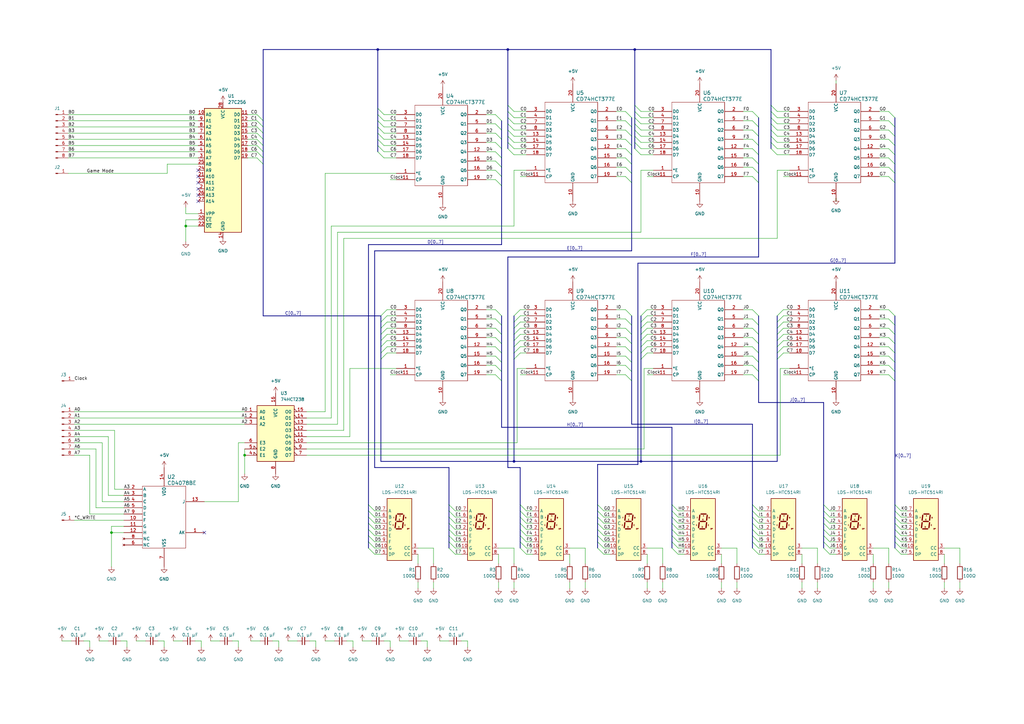
<source format=kicad_sch>
(kicad_sch (version 20211123) (generator eeschema)
  (paper "A3")
  (title_block (title "i281 Video Card") (date "2024-02-01") (rev "1") (company "sdmay24-14"))
  (junction (at 262.89 189.23))
  (junction (at 154.94 20.32))
  (junction (at 45.72 218.44))
  (junction (at 260.35 20.32))
  (junction (at 208.28 20.32))
  (junction (at 210.82 189.23))
  (junction (at 76.2 92.71))
  (junction (at 100.33 186.69))
  (no_connect (at 81.28 72.39))
  (no_connect (at 83.82 218.44))
  (no_connect (at 81.28 80.01))
  (no_connect (at 81.28 69.85))
  (no_connect (at 81.28 77.47))
  (no_connect (at 81.28 82.55))
  (no_connect (at 81.28 74.93))
  (bus_entry (at 203.2 153.67) (size 2.54 2.54))
  (bus_entry (at 151.13 214.63) (size 2.54 2.54))
  (bus_entry (at 213.36 127) (size -2.54 2.54))
  (bus_entry (at 260.35 48.26) (size 2.54 2.54))
  (bus_entry (at 203.2 142.24) (size 2.54 2.54))
  (bus_entry (at 213.36 212.09) (size 2.54 2.54))
  (bus_entry (at 364.49 68.58) (size 2.54 2.54))
  (bus_entry (at 213.36 137.16) (size -2.54 2.54))
  (bus_entry (at 203.2 130.81) (size 2.54 2.54))
  (bus_entry (at 105.41 46.99) (size 2.54 2.54))
  (bus_entry (at 316.23 60.96) (size 2.54 2.54))
  (bus_entry (at 316.23 53.34) (size 2.54 2.54))
  (bus_entry (at 321.31 137.16) (size -2.54 2.54))
  (bus_entry (at 321.31 129.54) (size -2.54 2.54))
  (bus_entry (at 203.2 46.99) (size 2.54 2.54))
  (bus_entry (at 308.61 68.58) (size 2.54 2.54))
  (bus_entry (at 154.94 54.61) (size 2.54 2.54))
  (bus_entry (at 154.94 52.07) (size 2.54 2.54))
  (bus_entry (at 158.75 144.78) (size -2.54 2.54))
  (bus_entry (at 364.49 53.34) (size 2.54 2.54))
  (bus_entry (at 321.31 127) (size -2.54 2.54))
  (bus_entry (at 158.75 134.62) (size -2.54 2.54))
  (bus_entry (at 203.2 54.61) (size 2.54 2.54))
  (bus_entry (at 154.94 57.15) (size 2.54 2.54))
  (bus_entry (at 260.35 45.72) (size 2.54 2.54))
  (bus_entry (at 213.36 132.08) (size -2.54 2.54))
  (bus_entry (at 184.15 219.71) (size 2.54 2.54))
  (bus_entry (at 308.61 130.81) (size 2.54 2.54))
  (bus_entry (at 364.49 138.43) (size 2.54 2.54))
  (bus_entry (at 308.61 142.24) (size 2.54 2.54))
  (bus_entry (at 316.23 58.42) (size 2.54 2.54))
  (bus_entry (at 184.15 222.25) (size 2.54 2.54))
  (bus_entry (at 364.49 134.62) (size 2.54 2.54))
  (bus_entry (at 364.49 72.39) (size 2.54 2.54))
  (bus_entry (at 316.23 43.18) (size 2.54 2.54))
  (bus_entry (at 337.82 222.25) (size 2.54 2.54))
  (bus_entry (at 256.54 49.53) (size 2.54 2.54))
  (bus_entry (at 275.59 207.01) (size 2.54 2.54))
  (bus_entry (at 260.35 60.96) (size 2.54 2.54))
  (bus_entry (at 154.94 49.53) (size 2.54 2.54))
  (bus_entry (at 308.61 45.72) (size 2.54 2.54))
  (bus_entry (at 260.35 53.34) (size 2.54 2.54))
  (bus_entry (at 151.13 219.71) (size 2.54 2.54))
  (bus_entry (at 367.03 217.17) (size 2.54 2.54))
  (bus_entry (at 308.61 49.53) (size 2.54 2.54))
  (bus_entry (at 256.54 142.24) (size 2.54 2.54))
  (bus_entry (at 308.61 222.25) (size 2.54 2.54))
  (bus_entry (at 203.2 138.43) (size 2.54 2.54))
  (bus_entry (at 208.28 55.88) (size 2.54 2.54))
  (bus_entry (at 213.36 139.7) (size -2.54 2.54))
  (bus_entry (at 308.61 219.71) (size 2.54 2.54))
  (bus_entry (at 308.61 146.05) (size 2.54 2.54))
  (bus_entry (at 364.49 64.77) (size 2.54 2.54))
  (bus_entry (at 105.41 62.23) (size 2.54 2.54))
  (bus_entry (at 337.82 217.17) (size 2.54 2.54))
  (bus_entry (at 275.59 209.55) (size 2.54 2.54))
  (bus_entry (at 256.54 57.15) (size 2.54 2.54))
  (bus_entry (at 203.2 149.86) (size 2.54 2.54))
  (bus_entry (at 208.28 43.18) (size 2.54 2.54))
  (bus_entry (at 265.43 137.16) (size -2.54 2.54))
  (bus_entry (at 265.43 132.08) (size -2.54 2.54))
  (bus_entry (at 265.43 144.78) (size -2.54 2.54))
  (bus_entry (at 260.35 55.88) (size 2.54 2.54))
  (bus_entry (at 154.94 59.69) (size 2.54 2.54))
  (bus_entry (at 308.61 138.43) (size 2.54 2.54))
  (bus_entry (at 245.11 212.09) (size 2.54 2.54))
  (bus_entry (at 184.15 224.79) (size 2.54 2.54))
  (bus_entry (at 245.11 219.71) (size 2.54 2.54))
  (bus_entry (at 265.43 139.7) (size -2.54 2.54))
  (bus_entry (at 256.54 72.39) (size 2.54 2.54))
  (bus_entry (at 364.49 60.96) (size 2.54 2.54))
  (bus_entry (at 308.61 64.77) (size 2.54 2.54))
  (bus_entry (at 321.31 139.7) (size -2.54 2.54))
  (bus_entry (at 308.61 60.96) (size 2.54 2.54))
  (bus_entry (at 256.54 45.72) (size 2.54 2.54))
  (bus_entry (at 364.49 127) (size 2.54 2.54))
  (bus_entry (at 337.82 212.09) (size 2.54 2.54))
  (bus_entry (at 213.36 222.25) (size 2.54 2.54))
  (bus_entry (at 275.59 217.17) (size 2.54 2.54))
  (bus_entry (at 367.03 207.01) (size 2.54 2.54))
  (bus_entry (at 203.2 66.04) (size 2.54 2.54))
  (bus_entry (at 203.2 134.62) (size 2.54 2.54))
  (bus_entry (at 208.28 45.72) (size 2.54 2.54))
  (bus_entry (at 213.36 219.71) (size 2.54 2.54))
  (bus_entry (at 308.61 224.79) (size 2.54 2.54))
  (bus_entry (at 105.41 59.69) (size 2.54 2.54))
  (bus_entry (at 203.2 50.8) (size 2.54 2.54))
  (bus_entry (at 245.11 214.63) (size 2.54 2.54))
  (bus_entry (at 203.2 58.42) (size 2.54 2.54))
  (bus_entry (at 316.23 48.26) (size 2.54 2.54))
  (bus_entry (at 256.54 130.81) (size 2.54 2.54))
  (bus_entry (at 364.49 146.05) (size 2.54 2.54))
  (bus_entry (at 208.28 50.8) (size 2.54 2.54))
  (bus_entry (at 245.11 224.79) (size 2.54 2.54))
  (bus_entry (at 213.36 134.62) (size -2.54 2.54))
  (bus_entry (at 158.75 132.08) (size -2.54 2.54))
  (bus_entry (at 245.11 209.55) (size 2.54 2.54))
  (bus_entry (at 265.43 127) (size -2.54 2.54))
  (bus_entry (at 364.49 49.53) (size 2.54 2.54))
  (bus_entry (at 213.36 129.54) (size -2.54 2.54))
  (bus_entry (at 256.54 53.34) (size 2.54 2.54))
  (bus_entry (at 203.2 73.66) (size 2.54 2.54))
  (bus_entry (at 154.94 44.45) (size 2.54 2.54))
  (bus_entry (at 275.59 212.09) (size 2.54 2.54))
  (bus_entry (at 184.15 209.55) (size 2.54 2.54))
  (bus_entry (at 337.82 209.55) (size 2.54 2.54))
  (bus_entry (at 275.59 214.63) (size 2.54 2.54))
  (bus_entry (at 308.61 153.67) (size 2.54 2.54))
  (bus_entry (at 256.54 60.96) (size 2.54 2.54))
  (bus_entry (at 337.82 224.79) (size 2.54 2.54))
  (bus_entry (at 213.36 217.17) (size 2.54 2.54))
  (bus_entry (at 151.13 222.25) (size 2.54 2.54))
  (bus_entry (at 321.31 134.62) (size -2.54 2.54))
  (bus_entry (at 203.2 127) (size 2.54 2.54))
  (bus_entry (at 151.13 212.09) (size 2.54 2.54))
  (bus_entry (at 316.23 50.8) (size 2.54 2.54))
  (bus_entry (at 308.61 217.17) (size 2.54 2.54))
  (bus_entry (at 321.31 144.78) (size -2.54 2.54))
  (bus_entry (at 308.61 72.39) (size 2.54 2.54))
  (bus_entry (at 265.43 129.54) (size -2.54 2.54))
  (bus_entry (at 265.43 134.62) (size -2.54 2.54))
  (bus_entry (at 256.54 146.05) (size 2.54 2.54))
  (bus_entry (at 364.49 57.15) (size 2.54 2.54))
  (bus_entry (at 213.36 209.55) (size 2.54 2.54))
  (bus_entry (at 203.2 62.23) (size 2.54 2.54))
  (bus_entry (at 256.54 138.43) (size 2.54 2.54))
  (bus_entry (at 256.54 134.62) (size 2.54 2.54))
  (bus_entry (at 364.49 130.81) (size 2.54 2.54))
  (bus_entry (at 158.75 139.7) (size -2.54 2.54))
  (bus_entry (at 367.03 214.63) (size 2.54 2.54))
  (bus_entry (at 316.23 55.88) (size 2.54 2.54))
  (bus_entry (at 208.28 53.34) (size 2.54 2.54))
  (bus_entry (at 308.61 212.09) (size 2.54 2.54))
  (bus_entry (at 208.28 48.26) (size 2.54 2.54))
  (bus_entry (at 367.03 219.71) (size 2.54 2.54))
  (bus_entry (at 256.54 153.67) (size 2.54 2.54))
  (bus_entry (at 184.15 207.01) (size 2.54 2.54))
  (bus_entry (at 265.43 142.24) (size -2.54 2.54))
  (bus_entry (at 260.35 58.42) (size 2.54 2.54))
  (bus_entry (at 208.28 60.96) (size 2.54 2.54))
  (bus_entry (at 245.11 217.17) (size 2.54 2.54))
  (bus_entry (at 367.03 222.25) (size 2.54 2.54))
  (bus_entry (at 308.61 57.15) (size 2.54 2.54))
  (bus_entry (at 364.49 153.67) (size 2.54 2.54))
  (bus_entry (at 105.41 54.61) (size 2.54 2.54))
  (bus_entry (at 337.82 214.63) (size 2.54 2.54))
  (bus_entry (at 245.11 207.01) (size 2.54 2.54))
  (bus_entry (at 184.15 212.09) (size 2.54 2.54))
  (bus_entry (at 105.41 52.07) (size 2.54 2.54))
  (bus_entry (at 364.49 45.72) (size 2.54 2.54))
  (bus_entry (at 208.28 58.42) (size 2.54 2.54))
  (bus_entry (at 184.15 214.63) (size 2.54 2.54))
  (bus_entry (at 275.59 224.79) (size 2.54 2.54))
  (bus_entry (at 213.36 214.63) (size 2.54 2.54))
  (bus_entry (at 213.36 142.24) (size -2.54 2.54))
  (bus_entry (at 321.31 132.08) (size -2.54 2.54))
  (bus_entry (at 308.61 149.86) (size 2.54 2.54))
  (bus_entry (at 308.61 127) (size 2.54 2.54))
  (bus_entry (at 105.41 57.15) (size 2.54 2.54))
  (bus_entry (at 260.35 50.8) (size 2.54 2.54))
  (bus_entry (at 260.35 43.18) (size 2.54 2.54))
  (bus_entry (at 308.61 207.01) (size 2.54 2.54))
  (bus_entry (at 151.13 209.55) (size 2.54 2.54))
  (bus_entry (at 316.23 45.72) (size 2.54 2.54))
  (bus_entry (at 213.36 144.78) (size -2.54 2.54))
  (bus_entry (at 184.15 217.17) (size 2.54 2.54))
  (bus_entry (at 308.61 53.34) (size 2.54 2.54))
  (bus_entry (at 151.13 217.17) (size 2.54 2.54))
  (bus_entry (at 256.54 127) (size 2.54 2.54))
  (bus_entry (at 213.36 224.79) (size 2.54 2.54))
  (bus_entry (at 151.13 207.01) (size 2.54 2.54))
  (bus_entry (at 256.54 149.86) (size 2.54 2.54))
  (bus_entry (at 256.54 64.77) (size 2.54 2.54))
  (bus_entry (at 308.61 209.55) (size 2.54 2.54))
  (bus_entry (at 337.82 219.71) (size 2.54 2.54))
  (bus_entry (at 367.03 209.55) (size 2.54 2.54))
  (bus_entry (at 158.75 142.24) (size -2.54 2.54))
  (bus_entry (at 105.41 49.53) (size 2.54 2.54))
  (bus_entry (at 245.11 222.25) (size 2.54 2.54))
  (bus_entry (at 158.75 137.16) (size -2.54 2.54))
  (bus_entry (at 364.49 142.24) (size 2.54 2.54))
  (bus_entry (at 321.31 142.24) (size -2.54 2.54))
  (bus_entry (at 367.03 224.79) (size 2.54 2.54))
  (bus_entry (at 256.54 68.58) (size 2.54 2.54))
  (bus_entry (at 154.94 62.23) (size 2.54 2.54))
  (bus_entry (at 105.41 64.77) (size 2.54 2.54))
  (bus_entry (at 203.2 146.05) (size 2.54 2.54))
  (bus_entry (at 275.59 219.71) (size 2.54 2.54))
  (bus_entry (at 151.13 224.79) (size 2.54 2.54))
  (bus_entry (at 337.82 207.01) (size 2.54 2.54))
  (bus_entry (at 308.61 134.62) (size 2.54 2.54))
  (bus_entry (at 213.36 207.01) (size 2.54 2.54))
  (bus_entry (at 158.75 129.54) (size -2.54 2.54))
  (bus_entry (at 158.75 127) (size -2.54 2.54))
  (bus_entry (at 154.94 46.99) (size 2.54 2.54))
  (bus_entry (at 203.2 69.85) (size 2.54 2.54))
  (bus_entry (at 364.49 149.86) (size 2.54 2.54))
  (bus_entry (at 275.59 222.25) (size 2.54 2.54))
  (bus_entry (at 308.61 214.63) (size 2.54 2.54))
  (bus_entry (at 367.03 212.09) (size 2.54 2.54))
  (wire (pts (xy 210.82 60.96) (xy 215.9 60.96)))
  (wire (pts (xy 76.2 85.09) (xy 76.2 87.63)))
  (wire (pts (xy 265.43 224.79) (xy 271.78 224.79)))
  (bus (pts (xy 184.15 214.63) (xy 184.15 217.17)))
  (wire (pts (xy 311.15 222.25) (xy 313.69 222.25)))
  (wire (pts (xy 328.93 224.79) (xy 335.28 224.79)))
  (wire (pts (xy 360.68 57.15) (xy 364.49 57.15)))
  (bus (pts (xy 245.11 222.25) (xy 245.11 224.79)))
  (wire (pts (xy 27.94 62.23) (xy 81.28 62.23)))
  (bus (pts (xy 337.82 207.01) (xy 337.82 209.55)))
  (wire (pts (xy 321.31 72.39) (xy 323.85 72.39)))
  (wire (pts (xy 158.75 129.54) (xy 162.56 129.54)))
  (bus (pts (xy 259.08 59.69) (xy 259.08 63.5)))
  (wire (pts (xy 360.68 53.34) (xy 364.49 53.34)))
  (wire (pts (xy 49.53 262.89) (xy 52.07 262.89)))
  (wire (pts (xy 369.57 227.33) (xy 372.11 227.33)))
  (wire (pts (xy 160.02 73.66) (xy 162.56 73.66)))
  (wire (pts (xy 80.01 262.89) (xy 82.55 262.89)))
  (wire (pts (xy 304.8 127) (xy 308.61 127)))
  (bus (pts (xy 275.59 219.71) (xy 275.59 222.25)))
  (wire (pts (xy 311.15 214.63) (xy 313.69 214.63)))
  (wire (pts (xy 45.72 218.44) (xy 45.72 232.41)))
  (wire (pts (xy 86.36 262.89) (xy 90.17 262.89)))
  (bus (pts (xy 151.13 219.71) (xy 151.13 222.25)))
  (wire (pts (xy 321.31 137.16) (xy 323.85 137.16)))
  (wire (pts (xy 215.9 227.33) (xy 218.44 227.33)))
  (wire (pts (xy 44.45 203.2) (xy 50.8 203.2)))
  (bus (pts (xy 316.23 55.88) (xy 316.23 58.42)))
  (bus (pts (xy 259.08 48.26) (xy 259.08 52.07)))
  (bus (pts (xy 260.35 53.34) (xy 260.35 50.8)))
  (wire (pts (xy 125.73 179.07) (xy 143.51 179.07)))
  (wire (pts (xy 262.89 60.96) (xy 267.97 60.96)))
  (wire (pts (xy 387.35 224.79) (xy 393.7 224.79)))
  (bus (pts (xy 318.77 147.32) (xy 318.77 189.23)))
  (wire (pts (xy 133.35 262.89) (xy 137.16 262.89)))
  (wire (pts (xy 340.36 227.33) (xy 342.9 227.33)))
  (bus (pts (xy 205.74 133.35) (xy 205.74 137.16)))
  (bus (pts (xy 367.03 214.63) (xy 367.03 217.17)))
  (wire (pts (xy 97.79 262.89) (xy 97.79 265.43)))
  (wire (pts (xy 215.9 222.25) (xy 218.44 222.25)))
  (wire (pts (xy 186.69 209.55) (xy 189.23 209.55)))
  (wire (pts (xy 369.57 224.79) (xy 372.11 224.79)))
  (wire (pts (xy 160.02 262.89) (xy 160.02 265.43)))
  (wire (pts (xy 97.79 181.61) (xy 97.79 205.74)))
  (bus (pts (xy 184.15 217.17) (xy 184.15 219.71)))
  (bus (pts (xy 154.94 46.99) (xy 154.94 49.53)))
  (wire (pts (xy 393.7 238.76) (xy 393.7 241.3)))
  (bus (pts (xy 107.95 129.54) (xy 156.21 129.54)))
  (bus (pts (xy 245.11 212.09) (xy 245.11 214.63)))
  (wire (pts (xy 213.36 129.54) (xy 215.9 129.54)))
  (bus (pts (xy 308.61 222.25) (xy 308.61 224.79)))
  (wire (pts (xy 186.69 222.25) (xy 189.23 222.25)))
  (bus (pts (xy 259.08 102.87) (xy 153.67 102.87)))
  (bus (pts (xy 184.15 212.09) (xy 184.15 214.63)))
  (wire (pts (xy 213.36 142.24) (xy 215.9 142.24)))
  (wire (pts (xy 262.89 55.88) (xy 267.97 55.88)))
  (wire (pts (xy 335.28 238.76) (xy 335.28 241.3)))
  (bus (pts (xy 260.35 50.8) (xy 260.35 48.26)))
  (wire (pts (xy 76.2 92.71) (xy 81.28 92.71)))
  (wire (pts (xy 311.15 217.17) (xy 313.69 217.17)))
  (wire (pts (xy 342.9 82.55) (xy 342.9 81.28)))
  (wire (pts (xy 153.67 224.79) (xy 156.21 224.79)))
  (wire (pts (xy 171.45 227.33) (xy 171.45 231.14)))
  (bus (pts (xy 154.94 59.69) (xy 154.94 62.23)))
  (wire (pts (xy 158.75 132.08) (xy 162.56 132.08)))
  (wire (pts (xy 210.82 238.76) (xy 210.82 241.3)))
  (bus (pts (xy 259.08 52.07) (xy 259.08 55.88)))
  (wire (pts (xy 264.16 151.13) (xy 267.97 151.13)))
  (wire (pts (xy 44.45 179.07) (xy 44.45 203.2)))
  (wire (pts (xy 144.78 262.89) (xy 144.78 265.43)))
  (wire (pts (xy 210.82 63.5) (xy 215.9 63.5)))
  (wire (pts (xy 125.73 173.99) (xy 138.43 173.99)))
  (bus (pts (xy 151.13 207.01) (xy 151.13 209.55)))
  (wire (pts (xy 191.77 262.89) (xy 191.77 265.43)))
  (wire (pts (xy 240.03 224.79) (xy 240.03 231.14)))
  (wire (pts (xy 140.97 97.79) (xy 318.77 97.79)))
  (bus (pts (xy 367.03 222.25) (xy 367.03 224.79)))
  (wire (pts (xy 40.64 262.89) (xy 44.45 262.89)))
  (wire (pts (xy 39.37 208.28) (xy 39.37 184.15)))
  (bus (pts (xy 275.59 214.63) (xy 275.59 217.17)))
  (wire (pts (xy 153.67 209.55) (xy 156.21 209.55)))
  (bus (pts (xy 311.15 144.78) (xy 311.15 148.59)))
  (wire (pts (xy 278.13 222.25) (xy 280.67 222.25)))
  (bus (pts (xy 316.23 20.32) (xy 316.23 43.18)))
  (bus (pts (xy 275.59 222.25) (xy 275.59 224.79)))
  (wire (pts (xy 342.9 34.29) (xy 342.9 33.02)))
  (bus (pts (xy 151.13 212.09) (xy 151.13 214.63)))
  (bus (pts (xy 308.61 214.63) (xy 308.61 217.17)))
  (wire (pts (xy 199.39 62.23) (xy 203.2 62.23)))
  (wire (pts (xy 101.6 52.07) (xy 105.41 52.07)))
  (bus (pts (xy 262.89 142.24) (xy 262.89 144.78)))
  (wire (pts (xy 199.39 149.86) (xy 203.2 149.86)))
  (bus (pts (xy 154.94 54.61) (xy 154.94 57.15)))
  (wire (pts (xy 369.57 217.17) (xy 372.11 217.17)))
  (bus (pts (xy 259.08 173.99) (xy 308.61 173.99)))
  (bus (pts (xy 208.28 20.32) (xy 208.28 43.18)))
  (wire (pts (xy 360.68 138.43) (xy 364.49 138.43)))
  (wire (pts (xy 114.3 262.89) (xy 114.3 265.43)))
  (bus (pts (xy 210.82 144.78) (xy 210.82 147.32)))
  (wire (pts (xy 340.36 209.55) (xy 342.9 209.55)))
  (bus (pts (xy 259.08 74.93) (xy 259.08 102.87)))
  (wire (pts (xy 153.67 212.09) (xy 156.21 212.09)))
  (wire (pts (xy 311.15 224.79) (xy 313.69 224.79)))
  (bus (pts (xy 205.74 140.97) (xy 205.74 144.78)))
  (bus (pts (xy 245.11 217.17) (xy 245.11 219.71)))
  (wire (pts (xy 157.48 49.53) (xy 162.56 49.53)))
  (bus (pts (xy 337.82 165.1) (xy 337.82 207.01)))
  (wire (pts (xy 213.36 153.67) (xy 215.9 153.67)))
  (wire (pts (xy 265.43 238.76) (xy 265.43 241.3)))
  (wire (pts (xy 304.8 53.34) (xy 308.61 53.34)))
  (wire (pts (xy 204.47 238.76) (xy 204.47 241.3)))
  (bus (pts (xy 311.15 52.07) (xy 311.15 55.88)))
  (wire (pts (xy 199.39 130.81) (xy 203.2 130.81)))
  (wire (pts (xy 30.48 186.69) (xy 36.83 186.69)))
  (wire (pts (xy 157.48 52.07) (xy 162.56 52.07)))
  (wire (pts (xy 265.43 139.7) (xy 267.97 139.7)))
  (wire (pts (xy 180.34 262.89) (xy 184.15 262.89)))
  (wire (pts (xy 41.91 205.74) (xy 50.8 205.74)))
  (bus (pts (xy 245.11 214.63) (xy 245.11 217.17)))
  (wire (pts (xy 252.73 138.43) (xy 256.54 138.43)))
  (wire (pts (xy 369.57 209.55) (xy 372.11 209.55)))
  (wire (pts (xy 369.57 214.63) (xy 372.11 214.63)))
  (wire (pts (xy 158.75 144.78) (xy 162.56 144.78)))
  (bus (pts (xy 259.08 67.31) (xy 259.08 71.12)))
  (wire (pts (xy 360.68 127) (xy 364.49 127)))
  (bus (pts (xy 316.23 53.34) (xy 316.23 55.88)))
  (wire (pts (xy 262.89 95.25) (xy 262.89 69.85)))
  (bus (pts (xy 107.95 59.69) (xy 107.95 62.23)))
  (wire (pts (xy 82.55 262.89) (xy 82.55 265.43)))
  (wire (pts (xy 233.68 227.33) (xy 233.68 231.14)))
  (wire (pts (xy 247.65 224.79) (xy 250.19 224.79)))
  (wire (pts (xy 360.68 72.39) (xy 364.49 72.39)))
  (wire (pts (xy 304.8 57.15) (xy 308.61 57.15)))
  (wire (pts (xy 102.87 262.89) (xy 106.68 262.89)))
  (wire (pts (xy 142.24 262.89) (xy 144.78 262.89)))
  (wire (pts (xy 240.03 238.76) (xy 240.03 241.3)))
  (wire (pts (xy 210.82 224.79) (xy 210.82 231.14)))
  (wire (pts (xy 262.89 69.85) (xy 267.97 69.85)))
  (wire (pts (xy 311.15 227.33) (xy 313.69 227.33)))
  (wire (pts (xy 252.73 127) (xy 256.54 127)))
  (bus (pts (xy 311.15 67.31) (xy 311.15 71.12)))
  (wire (pts (xy 252.73 49.53) (xy 256.54 49.53)))
  (bus (pts (xy 316.23 48.26) (xy 316.23 50.8)))
  (wire (pts (xy 364.49 238.76) (xy 364.49 241.3)))
  (bus (pts (xy 261.62 107.95) (xy 261.62 190.5)))
  (wire (pts (xy 27.94 64.77) (xy 81.28 64.77)))
  (bus (pts (xy 205.74 68.58) (xy 205.74 72.39)))
  (wire (pts (xy 158.75 134.62) (xy 162.56 134.62)))
  (bus (pts (xy 156.21 129.54) (xy 156.21 132.08)))
  (wire (pts (xy 215.9 209.55) (xy 218.44 209.55)))
  (wire (pts (xy 215.9 219.71) (xy 218.44 219.71)))
  (wire (pts (xy 204.47 227.33) (xy 204.47 231.14)))
  (wire (pts (xy 199.39 69.85) (xy 203.2 69.85)))
  (bus (pts (xy 262.89 147.32) (xy 262.89 189.23)))
  (bus (pts (xy 262.89 134.62) (xy 262.89 137.16)))
  (bus (pts (xy 205.74 137.16) (xy 205.74 140.97)))
  (wire (pts (xy 30.48 171.45) (xy 100.33 171.45)))
  (bus (pts (xy 245.11 219.71) (xy 245.11 222.25)))
  (wire (pts (xy 340.36 217.17) (xy 342.9 217.17)))
  (wire (pts (xy 163.83 262.89) (xy 167.64 262.89)))
  (bus (pts (xy 151.13 100.33) (xy 151.13 207.01)))
  (wire (pts (xy 271.78 238.76) (xy 271.78 241.3)))
  (bus (pts (xy 213.36 207.01) (xy 213.36 209.55)))
  (bus (pts (xy 205.74 148.59) (xy 205.74 152.4)))
  (bus (pts (xy 208.28 48.26) (xy 208.28 50.8)))
  (bus (pts (xy 156.21 137.16) (xy 156.21 139.7)))
  (bus (pts (xy 367.03 144.78) (xy 367.03 148.59)))
  (wire (pts (xy 111.76 262.89) (xy 114.3 262.89)))
  (bus (pts (xy 154.94 52.07) (xy 154.94 54.61)))
  (bus (pts (xy 260.35 60.96) (xy 260.35 58.42)))
  (bus (pts (xy 156.21 134.62) (xy 156.21 137.16)))
  (wire (pts (xy 252.73 153.67) (xy 256.54 153.67)))
  (bus (pts (xy 210.82 147.32) (xy 210.82 189.23)))
  (wire (pts (xy 247.65 212.09) (xy 250.19 212.09)))
  (wire (pts (xy 118.11 262.89) (xy 121.92 262.89)))
  (bus (pts (xy 210.82 189.23) (xy 156.21 189.23)))
  (wire (pts (xy 199.39 127) (xy 203.2 127)))
  (bus (pts (xy 184.15 219.71) (xy 184.15 222.25)))
  (wire (pts (xy 213.36 132.08) (xy 215.9 132.08)))
  (wire (pts (xy 125.73 186.69) (xy 320.04 186.69)))
  (wire (pts (xy 64.77 262.89) (xy 67.31 262.89)))
  (wire (pts (xy 30.48 213.36) (xy 50.8 213.36)))
  (wire (pts (xy 264.16 151.13) (xy 264.16 184.15)))
  (bus (pts (xy 151.13 214.63) (xy 151.13 217.17)))
  (wire (pts (xy 215.9 224.79) (xy 218.44 224.79)))
  (wire (pts (xy 97.79 205.74) (xy 83.82 205.74)))
  (wire (pts (xy 213.36 139.7) (xy 215.9 139.7)))
  (bus (pts (xy 261.62 190.5) (xy 245.11 190.5)))
  (wire (pts (xy 138.43 95.25) (xy 138.43 173.99)))
  (wire (pts (xy 186.69 212.09) (xy 189.23 212.09)))
  (bus (pts (xy 367.03 217.17) (xy 367.03 219.71)))
  (wire (pts (xy 55.88 262.89) (xy 59.69 262.89)))
  (wire (pts (xy 158.75 137.16) (xy 162.56 137.16)))
  (wire (pts (xy 360.68 149.86) (xy 364.49 149.86)))
  (wire (pts (xy 213.36 144.78) (xy 215.9 144.78)))
  (bus (pts (xy 367.03 48.26) (xy 367.03 52.07)))
  (wire (pts (xy 157.48 262.89) (xy 160.02 262.89)))
  (bus (pts (xy 156.21 132.08) (xy 156.21 134.62)))
  (wire (pts (xy 27.94 57.15) (xy 81.28 57.15)))
  (wire (pts (xy 27.94 54.61) (xy 81.28 54.61)))
  (bus (pts (xy 311.15 137.16) (xy 311.15 140.97)))
  (wire (pts (xy 252.73 68.58) (xy 256.54 68.58)))
  (bus (pts (xy 213.36 214.63) (xy 213.36 217.17)))
  (wire (pts (xy 199.39 54.61) (xy 203.2 54.61)))
  (wire (pts (xy 129.54 262.89) (xy 129.54 265.43)))
  (wire (pts (xy 358.14 227.33) (xy 358.14 231.14)))
  (bus (pts (xy 262.89 189.23) (xy 210.82 189.23)))
  (wire (pts (xy 335.28 224.79) (xy 335.28 231.14)))
  (wire (pts (xy 68.58 67.31) (xy 81.28 67.31)))
  (wire (pts (xy 133.35 71.12) (xy 133.35 168.91)))
  (wire (pts (xy 340.36 224.79) (xy 342.9 224.79)))
  (bus (pts (xy 107.95 49.53) (xy 107.95 20.32)))
  (wire (pts (xy 320.04 151.13) (xy 320.04 186.69)))
  (wire (pts (xy 153.67 227.33) (xy 156.21 227.33)))
  (wire (pts (xy 321.31 153.67) (xy 323.85 153.67)))
  (bus (pts (xy 205.74 156.21) (xy 205.74 175.26)))
  (wire (pts (xy 95.25 262.89) (xy 97.79 262.89)))
  (bus (pts (xy 184.15 191.77) (xy 184.15 207.01)))
  (bus (pts (xy 311.15 63.5) (xy 311.15 67.31)))
  (bus (pts (xy 205.74 175.26) (xy 275.59 175.26)))
  (wire (pts (xy 321.31 139.7) (xy 323.85 139.7)))
  (wire (pts (xy 304.8 49.53) (xy 308.61 49.53)))
  (bus (pts (xy 107.95 129.54) (xy 107.95 67.31)))
  (wire (pts (xy 101.6 62.23) (xy 105.41 62.23)))
  (wire (pts (xy 41.91 181.61) (xy 41.91 205.74)))
  (wire (pts (xy 186.69 214.63) (xy 189.23 214.63)))
  (wire (pts (xy 30.48 173.99) (xy 100.33 173.99)))
  (bus (pts (xy 153.67 102.87) (xy 153.67 191.77)))
  (wire (pts (xy 302.26 224.79) (xy 302.26 231.14)))
  (wire (pts (xy 318.77 48.26) (xy 323.85 48.26)))
  (bus (pts (xy 367.03 107.95) (xy 261.62 107.95)))
  (wire (pts (xy 27.94 52.07) (xy 81.28 52.07)))
  (wire (pts (xy 143.51 151.13) (xy 162.56 151.13)))
  (wire (pts (xy 140.97 97.79) (xy 140.97 176.53)))
  (bus (pts (xy 316.23 50.8) (xy 316.23 53.34)))
  (wire (pts (xy 295.91 227.33) (xy 295.91 231.14)))
  (wire (pts (xy 247.65 222.25) (xy 250.19 222.25)))
  (wire (pts (xy 247.65 209.55) (xy 250.19 209.55)))
  (wire (pts (xy 265.43 137.16) (xy 267.97 137.16)))
  (wire (pts (xy 199.39 50.8) (xy 203.2 50.8)))
  (wire (pts (xy 158.75 139.7) (xy 162.56 139.7)))
  (wire (pts (xy 76.2 90.17) (xy 81.28 90.17)))
  (wire (pts (xy 233.68 238.76) (xy 233.68 241.3)))
  (bus (pts (xy 262.89 139.7) (xy 262.89 142.24)))
  (wire (pts (xy 157.48 64.77) (xy 162.56 64.77)))
  (bus (pts (xy 275.59 209.55) (xy 275.59 212.09)))
  (bus (pts (xy 156.21 142.24) (xy 156.21 144.78)))
  (bus (pts (xy 213.36 209.55) (xy 213.36 212.09)))
  (wire (pts (xy 27.94 49.53) (xy 81.28 49.53)))
  (bus (pts (xy 275.59 217.17) (xy 275.59 219.71)))
  (bus (pts (xy 316.23 58.42) (xy 316.23 60.96)))
  (wire (pts (xy 45.72 215.9) (xy 50.8 215.9)))
  (wire (pts (xy 210.82 48.26) (xy 215.9 48.26)))
  (bus (pts (xy 318.77 132.08) (xy 318.77 134.62)))
  (wire (pts (xy 210.82 55.88) (xy 215.9 55.88)))
  (wire (pts (xy 68.58 71.12) (xy 68.58 67.31)))
  (bus (pts (xy 367.03 133.35) (xy 367.03 137.16)))
  (wire (pts (xy 135.89 92.71) (xy 135.89 171.45)))
  (bus (pts (xy 154.94 49.53) (xy 154.94 52.07)))
  (wire (pts (xy 360.68 45.72) (xy 364.49 45.72)))
  (wire (pts (xy 30.48 181.61) (xy 41.91 181.61)))
  (wire (pts (xy 321.31 144.78) (xy 323.85 144.78)))
  (wire (pts (xy 135.89 92.71) (xy 210.82 92.71)))
  (bus (pts (xy 367.03 71.12) (xy 367.03 74.93)))
  (bus (pts (xy 367.03 63.5) (xy 367.03 67.31)))
  (wire (pts (xy 50.8 208.28) (xy 39.37 208.28)))
  (wire (pts (xy 125.73 171.45) (xy 135.89 171.45)))
  (bus (pts (xy 205.74 144.78) (xy 205.74 148.59)))
  (wire (pts (xy 189.23 262.89) (xy 191.77 262.89)))
  (bus (pts (xy 311.15 165.1) (xy 337.82 165.1)))
  (bus (pts (xy 367.03 52.07) (xy 367.03 55.88)))
  (wire (pts (xy 247.65 219.71) (xy 250.19 219.71)))
  (wire (pts (xy 265.43 227.33) (xy 265.43 231.14)))
  (wire (pts (xy 304.8 146.05) (xy 308.61 146.05)))
  (bus (pts (xy 316.23 45.72) (xy 316.23 48.26)))
  (wire (pts (xy 262.89 63.5) (xy 267.97 63.5)))
  (bus (pts (xy 262.89 137.16) (xy 262.89 139.7)))
  (wire (pts (xy 46.99 176.53) (xy 46.99 200.66)))
  (wire (pts (xy 278.13 219.71) (xy 280.67 219.71)))
  (bus (pts (xy 208.28 45.72) (xy 208.28 48.26)))
  (wire (pts (xy 252.73 130.81) (xy 256.54 130.81)))
  (wire (pts (xy 36.83 262.89) (xy 36.83 265.43)))
  (wire (pts (xy 153.67 219.71) (xy 156.21 219.71)))
  (wire (pts (xy 278.13 209.55) (xy 280.67 209.55)))
  (bus (pts (xy 151.13 209.55) (xy 151.13 212.09)))
  (bus (pts (xy 184.15 207.01) (xy 184.15 209.55)))
  (bus (pts (xy 154.94 20.32) (xy 208.28 20.32)))
  (bus (pts (xy 367.03 212.09) (xy 367.03 214.63)))
  (wire (pts (xy 328.93 227.33) (xy 328.93 231.14)))
  (wire (pts (xy 321.31 142.24) (xy 323.85 142.24)))
  (bus (pts (xy 311.15 148.59) (xy 311.15 152.4)))
  (bus (pts (xy 337.82 212.09) (xy 337.82 214.63)))
  (wire (pts (xy 199.39 142.24) (xy 203.2 142.24)))
  (wire (pts (xy 101.6 49.53) (xy 105.41 49.53)))
  (bus (pts (xy 208.28 55.88) (xy 208.28 58.42)))
  (bus (pts (xy 367.03 207.01) (xy 367.03 209.55)))
  (bus (pts (xy 151.13 222.25) (xy 151.13 224.79)))
  (bus (pts (xy 213.36 212.09) (xy 213.36 214.63)))
  (wire (pts (xy 215.9 212.09) (xy 218.44 212.09)))
  (bus (pts (xy 367.03 140.97) (xy 367.03 144.78)))
  (wire (pts (xy 210.82 69.85) (xy 215.9 69.85)))
  (bus (pts (xy 205.74 152.4) (xy 205.74 156.21)))
  (wire (pts (xy 213.36 137.16) (xy 215.9 137.16)))
  (bus (pts (xy 259.08 152.4) (xy 259.08 156.21)))
  (wire (pts (xy 213.36 72.39) (xy 215.9 72.39)))
  (wire (pts (xy 45.72 215.9) (xy 45.72 218.44)))
  (wire (pts (xy 247.65 227.33) (xy 250.19 227.33)))
  (bus (pts (xy 156.21 139.7) (xy 156.21 142.24)))
  (wire (pts (xy 125.73 176.53) (xy 140.97 176.53)))
  (wire (pts (xy 76.2 92.71) (xy 76.2 90.17)))
  (wire (pts (xy 304.8 153.67) (xy 308.61 153.67)))
  (wire (pts (xy 252.73 134.62) (xy 256.54 134.62)))
  (wire (pts (xy 125.73 184.15) (xy 264.16 184.15)))
  (bus (pts (xy 308.61 212.09) (xy 308.61 214.63)))
  (bus (pts (xy 208.28 20.32) (xy 260.35 20.32)))
  (bus (pts (xy 337.82 209.55) (xy 337.82 212.09)))
  (bus (pts (xy 259.08 137.16) (xy 259.08 140.97)))
  (wire (pts (xy 321.31 132.08) (xy 323.85 132.08)))
  (wire (pts (xy 175.26 262.89) (xy 175.26 265.43)))
  (wire (pts (xy 318.77 45.72) (xy 323.85 45.72)))
  (wire (pts (xy 340.36 212.09) (xy 342.9 212.09)))
  (wire (pts (xy 320.04 151.13) (xy 323.85 151.13)))
  (bus (pts (xy 260.35 43.18) (xy 260.35 20.32)))
  (wire (pts (xy 360.68 146.05) (xy 364.49 146.05)))
  (wire (pts (xy 360.68 153.67) (xy 364.49 153.67)))
  (wire (pts (xy 213.36 134.62) (xy 215.9 134.62)))
  (wire (pts (xy 318.77 97.79) (xy 318.77 69.85)))
  (bus (pts (xy 107.95 57.15) (xy 107.95 59.69)))
  (wire (pts (xy 199.39 66.04) (xy 203.2 66.04)))
  (bus (pts (xy 311.15 74.93) (xy 311.15 105.41)))
  (bus (pts (xy 260.35 48.26) (xy 260.35 45.72)))
  (bus (pts (xy 318.77 144.78) (xy 318.77 147.32)))
  (wire (pts (xy 186.69 224.79) (xy 189.23 224.79)))
  (bus (pts (xy 259.08 71.12) (xy 259.08 74.93)))
  (bus (pts (xy 210.82 137.16) (xy 210.82 139.7)))
  (wire (pts (xy 76.2 99.06) (xy 76.2 92.71)))
  (bus (pts (xy 245.11 190.5) (xy 245.11 207.01)))
  (wire (pts (xy 304.8 72.39) (xy 308.61 72.39)))
  (wire (pts (xy 199.39 46.99) (xy 203.2 46.99)))
  (bus (pts (xy 308.61 217.17) (xy 308.61 219.71)))
  (bus (pts (xy 210.82 139.7) (xy 210.82 142.24)))
  (bus (pts (xy 367.03 156.21) (xy 367.03 207.01)))
  (wire (pts (xy 186.69 217.17) (xy 189.23 217.17)))
  (bus (pts (xy 318.77 139.7) (xy 318.77 142.24)))
  (wire (pts (xy 25.4 262.89) (xy 29.21 262.89)))
  (wire (pts (xy 318.77 63.5) (xy 323.85 63.5)))
  (wire (pts (xy 304.8 60.96) (xy 308.61 60.96)))
  (bus (pts (xy 205.74 60.96) (xy 205.74 64.77)))
  (wire (pts (xy 265.43 129.54) (xy 267.97 129.54)))
  (bus (pts (xy 367.03 137.16) (xy 367.03 140.97)))
  (bus (pts (xy 205.74 53.34) (xy 205.74 57.15)))
  (wire (pts (xy 213.36 127) (xy 215.9 127)))
  (wire (pts (xy 387.35 238.76) (xy 387.35 241.3)))
  (wire (pts (xy 158.75 142.24) (xy 162.56 142.24)))
  (wire (pts (xy 265.43 142.24) (xy 267.97 142.24)))
  (wire (pts (xy 265.43 132.08) (xy 267.97 132.08)))
  (bus (pts (xy 210.82 132.08) (xy 210.82 134.62)))
  (wire (pts (xy 215.9 217.17) (xy 218.44 217.17)))
  (bus (pts (xy 205.74 72.39) (xy 205.74 76.2)))
  (wire (pts (xy 318.77 53.34) (xy 323.85 53.34)))
  (wire (pts (xy 360.68 60.96) (xy 364.49 60.96)))
  (bus (pts (xy 318.77 137.16) (xy 318.77 139.7)))
  (bus (pts (xy 367.03 219.71) (xy 367.03 222.25)))
  (wire (pts (xy 186.69 219.71) (xy 189.23 219.71)))
  (wire (pts (xy 210.82 50.8) (xy 215.9 50.8)))
  (bus (pts (xy 213.36 219.71) (xy 213.36 222.25)))
  (wire (pts (xy 71.12 262.89) (xy 74.93 262.89)))
  (wire (pts (xy 252.73 146.05) (xy 256.54 146.05)))
  (wire (pts (xy 252.73 149.86) (xy 256.54 149.86)))
  (wire (pts (xy 210.82 53.34) (xy 215.9 53.34)))
  (bus (pts (xy 259.08 140.97) (xy 259.08 144.78)))
  (wire (pts (xy 101.6 57.15) (xy 105.41 57.15)))
  (wire (pts (xy 304.8 64.77) (xy 308.61 64.77)))
  (bus (pts (xy 311.15 152.4) (xy 311.15 156.21)))
  (wire (pts (xy 262.89 48.26) (xy 267.97 48.26)))
  (wire (pts (xy 39.37 184.15) (xy 30.48 184.15)))
  (wire (pts (xy 262.89 53.34) (xy 267.97 53.34)))
  (wire (pts (xy 271.78 224.79) (xy 271.78 231.14)))
  (wire (pts (xy 265.43 134.62) (xy 267.97 134.62)))
  (wire (pts (xy 143.51 179.07) (xy 143.51 151.13)))
  (wire (pts (xy 318.77 58.42) (xy 323.85 58.42)))
  (wire (pts (xy 171.45 238.76) (xy 171.45 241.3)))
  (wire (pts (xy 148.59 262.89) (xy 152.4 262.89)))
  (wire (pts (xy 369.57 219.71) (xy 372.11 219.71)))
  (wire (pts (xy 30.48 176.53) (xy 46.99 176.53)))
  (wire (pts (xy 311.15 219.71) (xy 313.69 219.71)))
  (bus (pts (xy 107.95 54.61) (xy 107.95 57.15)))
  (bus (pts (xy 213.36 191.77) (xy 213.36 207.01)))
  (wire (pts (xy 318.77 50.8) (xy 323.85 50.8)))
  (bus (pts (xy 367.03 152.4) (xy 367.03 156.21)))
  (wire (pts (xy 318.77 69.85) (xy 323.85 69.85)))
  (wire (pts (xy 101.6 46.99) (xy 105.41 46.99)))
  (wire (pts (xy 199.39 153.67) (xy 203.2 153.67)))
  (wire (pts (xy 302.26 238.76) (xy 302.26 241.3)))
  (bus (pts (xy 311.15 59.69) (xy 311.15 63.5)))
  (bus (pts (xy 210.82 142.24) (xy 210.82 144.78)))
  (wire (pts (xy 153.67 217.17) (xy 156.21 217.17)))
  (wire (pts (xy 360.68 130.81) (xy 364.49 130.81)))
  (wire (pts (xy 360.68 49.53) (xy 364.49 49.53)))
  (wire (pts (xy 30.48 179.07) (xy 44.45 179.07)))
  (bus (pts (xy 151.13 217.17) (xy 151.13 219.71)))
  (bus (pts (xy 311.15 55.88) (xy 311.15 59.69)))
  (wire (pts (xy 295.91 238.76) (xy 295.91 241.3)))
  (wire (pts (xy 321.31 127) (xy 323.85 127)))
  (bus (pts (xy 208.28 53.34) (xy 208.28 55.88)))
  (bus (pts (xy 308.61 219.71) (xy 308.61 222.25)))
  (bus (pts (xy 316.23 43.18) (xy 316.23 45.72)))
  (bus (pts (xy 156.21 147.32) (xy 156.21 189.23)))
  (wire (pts (xy 45.72 218.44) (xy 50.8 218.44)))
  (wire (pts (xy 160.02 153.67) (xy 162.56 153.67)))
  (bus (pts (xy 154.94 44.45) (xy 154.94 46.99)))
  (wire (pts (xy 278.13 224.79) (xy 280.67 224.79)))
  (wire (pts (xy 157.48 46.99) (xy 162.56 46.99)))
  (wire (pts (xy 360.68 142.24) (xy 364.49 142.24)))
  (bus (pts (xy 275.59 175.26) (xy 275.59 207.01)))
  (bus (pts (xy 318.77 129.54) (xy 318.77 132.08)))
  (wire (pts (xy 252.73 142.24) (xy 256.54 142.24)))
  (wire (pts (xy 318.77 60.96) (xy 323.85 60.96)))
  (bus (pts (xy 260.35 58.42) (xy 260.35 55.88)))
  (bus (pts (xy 367.03 59.69) (xy 367.03 63.5)))
  (bus (pts (xy 213.36 222.25) (xy 213.36 224.79)))
  (wire (pts (xy 199.39 138.43) (xy 203.2 138.43)))
  (bus (pts (xy 107.95 52.07) (xy 107.95 54.61)))
  (bus (pts (xy 107.95 20.32) (xy 154.94 20.32)))
  (wire (pts (xy 233.68 224.79) (xy 240.03 224.79)))
  (bus (pts (xy 107.95 49.53) (xy 107.95 52.07)))
  (wire (pts (xy 393.7 224.79) (xy 393.7 231.14)))
  (bus (pts (xy 337.82 219.71) (xy 337.82 222.25)))
  (wire (pts (xy 304.8 138.43) (xy 308.61 138.43)))
  (wire (pts (xy 340.36 214.63) (xy 342.9 214.63)))
  (wire (pts (xy 304.8 149.86) (xy 308.61 149.86)))
  (wire (pts (xy 265.43 72.39) (xy 267.97 72.39)))
  (wire (pts (xy 171.45 224.79) (xy 177.8 224.79)))
  (wire (pts (xy 67.31 262.89) (xy 67.31 265.43)))
  (bus (pts (xy 153.67 191.77) (xy 184.15 191.77)))
  (wire (pts (xy 358.14 224.79) (xy 364.49 224.79)))
  (wire (pts (xy 278.13 227.33) (xy 280.67 227.33)))
  (bus (pts (xy 311.15 71.12) (xy 311.15 74.93)))
  (wire (pts (xy 262.89 50.8) (xy 267.97 50.8)))
  (bus (pts (xy 154.94 20.32) (xy 154.94 44.45)))
  (wire (pts (xy 100.33 184.15) (xy 100.33 186.69)))
  (wire (pts (xy 125.73 181.61) (xy 212.09 181.61)))
  (bus (pts (xy 367.03 209.55) (xy 367.03 212.09)))
  (bus (pts (xy 205.74 49.53) (xy 205.74 53.34)))
  (wire (pts (xy 318.77 55.88) (xy 323.85 55.88)))
  (wire (pts (xy 304.8 134.62) (xy 308.61 134.62)))
  (wire (pts (xy 321.31 129.54) (xy 323.85 129.54)))
  (wire (pts (xy 210.82 45.72) (xy 215.9 45.72)))
  (wire (pts (xy 252.73 45.72) (xy 256.54 45.72)))
  (bus (pts (xy 107.95 64.77) (xy 107.95 67.31)))
  (wire (pts (xy 101.6 59.69) (xy 105.41 59.69)))
  (wire (pts (xy 304.8 142.24) (xy 308.61 142.24)))
  (bus (pts (xy 259.08 129.54) (xy 259.08 133.35)))
  (bus (pts (xy 311.15 48.26) (xy 311.15 52.07)))
  (wire (pts (xy 153.67 214.63) (xy 156.21 214.63)))
  (wire (pts (xy 204.47 224.79) (xy 210.82 224.79)))
  (bus (pts (xy 337.82 217.17) (xy 337.82 219.71)))
  (bus (pts (xy 107.95 62.23) (xy 107.95 64.77)))
  (bus (pts (xy 311.15 133.35) (xy 311.15 137.16)))
  (bus (pts (xy 318.77 189.23) (xy 262.89 189.23)))
  (bus (pts (xy 208.28 43.18) (xy 208.28 45.72)))
  (bus (pts (xy 208.28 191.77) (xy 213.36 191.77)))
  (wire (pts (xy 157.48 62.23) (xy 162.56 62.23)))
  (wire (pts (xy 311.15 212.09) (xy 313.69 212.09)))
  (bus (pts (xy 205.74 100.33) (xy 151.13 100.33)))
  (wire (pts (xy 278.13 212.09) (xy 280.67 212.09)))
  (bus (pts (xy 259.08 133.35) (xy 259.08 137.16)))
  (wire (pts (xy 46.99 200.66) (xy 50.8 200.66)))
  (wire (pts (xy 101.6 64.77) (xy 105.41 64.77)))
  (bus (pts (xy 318.77 134.62) (xy 318.77 137.16)))
  (wire (pts (xy 304.8 130.81) (xy 308.61 130.81)))
  (bus (pts (xy 154.94 57.15) (xy 154.94 59.69)))
  (wire (pts (xy 199.39 58.42) (xy 203.2 58.42)))
  (bus (pts (xy 367.03 148.59) (xy 367.03 152.4)))
  (bus (pts (xy 213.36 217.17) (xy 213.36 219.71)))
  (bus (pts (xy 184.15 209.55) (xy 184.15 212.09)))
  (bus (pts (xy 275.59 212.09) (xy 275.59 214.63)))
  (bus (pts (xy 259.08 156.21) (xy 259.08 173.99)))
  (wire (pts (xy 52.07 262.89) (xy 52.07 265.43)))
  (bus (pts (xy 245.11 209.55) (xy 245.11 212.09)))
  (wire (pts (xy 252.73 72.39) (xy 256.54 72.39)))
  (bus (pts (xy 311.15 129.54) (xy 311.15 133.35)))
  (wire (pts (xy 199.39 146.05) (xy 203.2 146.05)))
  (wire (pts (xy 100.33 186.69) (xy 100.33 194.31)))
  (wire (pts (xy 177.8 224.79) (xy 177.8 231.14)))
  (wire (pts (xy 252.73 57.15) (xy 256.54 57.15)))
  (wire (pts (xy 364.49 224.79) (xy 364.49 231.14)))
  (bus (pts (xy 318.77 142.24) (xy 318.77 144.78)))
  (bus (pts (xy 259.08 55.88) (xy 259.08 59.69)))
  (wire (pts (xy 340.36 219.71) (xy 342.9 219.71)))
  (wire (pts (xy 101.6 54.61) (xy 105.41 54.61)))
  (wire (pts (xy 247.65 214.63) (xy 250.19 214.63)))
  (wire (pts (xy 360.68 64.77) (xy 364.49 64.77)))
  (bus (pts (xy 205.74 76.2) (xy 205.74 100.33)))
  (wire (pts (xy 212.09 181.61) (xy 212.09 151.13)))
  (wire (pts (xy 157.48 59.69) (xy 162.56 59.69)))
  (wire (pts (xy 321.31 134.62) (xy 323.85 134.62)))
  (bus (pts (xy 367.03 55.88) (xy 367.03 59.69)))
  (wire (pts (xy 340.36 222.25) (xy 342.9 222.25)))
  (wire (pts (xy 265.43 144.78) (xy 267.97 144.78)))
  (bus (pts (xy 210.82 129.54) (xy 210.82 132.08)))
  (wire (pts (xy 199.39 73.66) (xy 203.2 73.66)))
  (bus (pts (xy 205.74 64.77) (xy 205.74 68.58)))
  (wire (pts (xy 27.94 59.69) (xy 81.28 59.69)))
  (wire (pts (xy 158.75 127) (xy 162.56 127)))
  (bus (pts (xy 210.82 134.62) (xy 210.82 137.16)))
  (wire (pts (xy 125.73 168.91) (xy 133.35 168.91)))
  (bus (pts (xy 208.28 58.42) (xy 208.28 60.96)))
  (bus (pts (xy 156.21 144.78) (xy 156.21 147.32)))
  (wire (pts (xy 252.73 64.77) (xy 256.54 64.77)))
  (bus (pts (xy 208.28 50.8) (xy 208.28 53.34)))
  (bus (pts (xy 205.74 129.54) (xy 205.74 133.35)))
  (wire (pts (xy 262.89 45.72) (xy 267.97 45.72)))
  (wire (pts (xy 304.8 45.72) (xy 308.61 45.72)))
  (wire (pts (xy 153.67 222.25) (xy 156.21 222.25)))
  (wire (pts (xy 265.43 127) (xy 267.97 127)))
  (wire (pts (xy 358.14 238.76) (xy 358.14 241.3)))
  (wire (pts (xy 27.94 46.99) (xy 81.28 46.99)))
  (bus (pts (xy 245.11 207.01) (xy 245.11 209.55)))
  (wire (pts (xy 252.73 60.96) (xy 256.54 60.96)))
  (bus (pts (xy 275.59 207.01) (xy 275.59 209.55)))
  (bus (pts (xy 337.82 214.63) (xy 337.82 217.17)))
  (wire (pts (xy 369.57 222.25) (xy 372.11 222.25)))
  (bus (pts (xy 259.08 144.78) (xy 259.08 148.59)))
  (bus (pts (xy 205.74 57.15) (xy 205.74 60.96)))
  (wire (pts (xy 157.48 57.15) (xy 162.56 57.15)))
  (bus (pts (xy 308.61 173.99) (xy 308.61 207.01)))
  (bus (pts (xy 311.15 156.21) (xy 311.15 165.1)))
  (bus (pts (xy 337.82 222.25) (xy 337.82 224.79)))
  (wire (pts (xy 30.48 168.91) (xy 100.33 168.91)))
  (bus (pts (xy 259.08 148.59) (xy 259.08 152.4)))
  (bus (pts (xy 308.61 209.55) (xy 308.61 212.09)))
  (wire (pts (xy 172.72 262.89) (xy 175.26 262.89)))
  (wire (pts (xy 252.73 53.34) (xy 256.54 53.34)))
  (wire (pts (xy 76.2 87.63) (xy 81.28 87.63)))
  (wire (pts (xy 212.09 151.13) (xy 215.9 151.13)))
  (bus (pts (xy 367.03 129.54) (xy 367.03 133.35)))
  (wire (pts (xy 265.43 153.67) (xy 267.97 153.67)))
  (wire (pts (xy 177.8 238.76) (xy 177.8 241.3)))
  (wire (pts (xy 186.69 227.33) (xy 189.23 227.33)))
  (bus (pts (xy 259.08 63.5) (xy 259.08 67.31)))
  (wire (pts (xy 34.29 262.89) (xy 36.83 262.89)))
  (wire (pts (xy 199.39 134.62) (xy 203.2 134.62)))
  (wire (pts (xy 27.94 71.12) (xy 68.58 71.12)))
  (bus (pts (xy 208.28 105.41) (xy 208.28 191.77)))
  (wire (pts (xy 304.8 68.58) (xy 308.61 68.58)))
  (wire (pts (xy 157.48 54.61) (xy 162.56 54.61)))
  (bus (pts (xy 262.89 144.78) (xy 262.89 147.32)))
  (wire (pts (xy 387.35 227.33) (xy 387.35 231.14)))
  (wire (pts (xy 295.91 224.79) (xy 302.26 224.79)))
  (wire (pts (xy 138.43 95.25) (xy 262.89 95.25)))
  (bus (pts (xy 260.35 20.32) (xy 316.23 20.32)))
  (wire (pts (xy 328.93 238.76) (xy 328.93 241.3)))
  (bus (pts (xy 367.03 67.31) (xy 367.03 71.12)))
  (wire (pts (xy 215.9 214.63) (xy 218.44 214.63)))
  (wire (pts (xy 360.68 134.62) (xy 364.49 134.62)))
  (wire (pts (xy 360.68 68.58) (xy 364.49 68.58)))
  (wire (pts (xy 369.57 212.09) (xy 372.11 212.09)))
  (wire (pts (xy 210.82 92.71) (xy 210.82 69.85)))
  (wire (pts (xy 278.13 214.63) (xy 280.67 214.63)))
  (wire (pts (xy 127 262.89) (xy 129.54 262.89)))
  (bus (pts (xy 260.35 45.72) (xy 260.35 43.18)))
  (wire (pts (xy 311.15 209.55) (xy 313.69 209.55)))
  (bus (pts (xy 367.03 74.93) (xy 367.03 107.95)))
  (wire (pts (xy 133.35 71.12) (xy 162.56 71.12)))
  (bus (pts (xy 184.15 222.25) (xy 184.15 224.79)))
  (bus (pts (xy 311.15 140.97) (xy 311.15 144.78)))
  (wire (pts (xy 97.79 181.61) (xy 100.33 181.61)))
  (wire (pts (xy 278.13 217.17) (xy 280.67 217.17)))
  (bus (pts (xy 262.89 132.08) (xy 262.89 134.62)))
  (bus (pts (xy 311.15 105.41) (xy 208.28 105.41)))
  (bus (pts (xy 308.61 207.01) (xy 308.61 209.55)))
  (wire (pts (xy 36.83 210.82) (xy 50.8 210.82)))
  (wire (pts (xy 262.89 58.42) (xy 267.97 58.42)))
  (bus (pts (xy 262.89 129.54) (xy 262.89 132.08)))
  (wire (pts (xy 210.82 58.42) (xy 215.9 58.42)))
  (wire (pts (xy 247.65 217.17) (xy 250.19 217.17)))
  (wire (pts (xy 36.83 186.69) (xy 36.83 210.82)))
  (bus (pts (xy 260.35 55.88) (xy 260.35 53.34)))
  (label "H[0..7]" (at 232.41 175.26 0))
  (label "F1" (at 215.9 212.09 0))
  (label "B1" (at 27.94 49.53 0))
  (label "J5" (at 304.8 146.05 0))
  (label "K5" (at 369.57 222.25 0))
  (label "G0" (at 360.68 45.72 0))
  (label "C6" (at 213.36 60.96 0))
  (label "K1" (at 360.68 130.81 0))
  (label "C0" (at 266.7 127 0))
  (label "C5" (at 266.7 139.7 0))
  (label "D7" (at 199.39 73.66 0))
  (label "H3" (at 278.13 217.17 0))
  (label "J5" (at 340.36 222.25 0))
  (label "F3" (at 304.8 57.15 0))
  (label "Game Mode" (at 35.56 71.12 0))
  (label "F0" (at 215.9 209.55 0))
  (label "I4" (at 252.73 142.24 0))
  (label "F4" (at 304.8 60.96 0))
  (label "E0" (at 186.69 209.55 0))
  (label "B5" (at 77.47 59.69 0))
  (label "F0" (at 304.8 45.72 0))
  (label "F3" (at 215.9 217.17 0))
  (label "Clock" (at 213.36 72.39 0))
  (label "D2" (at 199.39 54.61 0))
  (label "H1" (at 278.13 212.09 0))
  (label "F7" (at 304.8 72.39 0))
  (label "Clock" (at 160.02 153.67 0))
  (label "C3" (at 322.58 134.62 0))
  (label "G2" (at 247.65 214.63 0))
  (label "J4" (at 340.36 219.71 0))
  (label "K1" (at 369.57 212.09 0))
  (label "C2" (at 160.02 132.08 0))
  (label "E2" (at 186.69 214.63 0))
  (label "B3" (at 27.94 54.61 0))
  (label "C5" (at 160.02 59.69 0))
  (label "G6" (at 360.68 68.58 0))
  (label "I1" (at 311.15 212.09 0))
  (label "E7" (at 186.69 227.33 0))
  (label "G0" (at 247.65 209.55 0))
  (label "J4" (at 304.8 142.24 0))
  (label "A5" (at 30.48 181.61 0))
  (label "C7" (at 321.31 63.5 0))
  (label "J1" (at 340.36 212.09 0))
  (label "G3" (at 247.65 217.17 0))
  (label "C5" (at 265.8321 58.42 0))
  (label "D7" (at 153.67 227.33 0))
  (label "K0" (at 360.68 127 0))
  (label "C3" (at 266.7 134.62 0))
  (label "D6" (at 153.67 224.79 0))
  (label "K6" (at 360.68 149.86 0))
  (label "I3" (at 252.73 138.43 0))
  (label "F2" (at 304.8 53.34 0))
  (label "E5" (at 186.69 222.25 0))
  (label "J[0..7]" (at 323.85 165.1 0))
  (label "B2" (at 77.47 52.07 0))
  (label "F4" (at 215.9 219.71 0))
  (label "D2" (at 153.67 214.63 0))
  (label "C5" (at 214.63 139.7 0))
  (label "I2" (at 252.73 134.62 0))
  (label "E1" (at 186.69 212.09 0))
  (label "E7" (at 252.73 72.39 0))
  (label "H0" (at 199.39 127 0))
  (label "C0" (at 102.87 46.99 0))
  (label "A1" (at 99.06 171.45 0))
  (label "I[0..7]" (at 284.48 173.99 0))
  (label "H3" (at 199.39 138.43 0))
  (label "E3" (at 252.73 57.15 0))
  (label "A7" (at 30.48 186.69 0))
  (label "B0" (at 27.94 46.99 0))
  (label "K7" (at 360.68 153.67 0))
  (label "C7" (at 102.87 64.77 0))
  (label "Clock" (at 160.02 73.66 0))
  (label "H2" (at 199.39 134.62 0))
  (label "C1" (at 266.7 129.54 0))
  (label "C4" (at 102.87 57.15 0))
  (label "A6" (at 50.8 208.28 0))
  (label "K7" (at 369.57 227.33 0))
  (label "G2" (at 360.68 53.34 0))
  (label "C4" (at 160.02 137.16 0))
  (label "E6" (at 186.69 224.79 0))
  (label "C3" (at 102.87 54.61 0))
  (label "C3" (at 265.8321 53.34 0))
  (label "C4" (at 321.31 55.88 0))
  (label "F1" (at 304.8 49.53 0))
  (label "B6" (at 77.47 62.23 0))
  (label "D1" (at 199.39 50.8 0))
  (label "H2" (at 278.13 214.63 0))
  (label "G[0..7]" (at 340.36 107.95 0))
  (label "G5" (at 360.68 64.77 0))
  (label "B6" (at 27.94 62.23 0))
  (label "C4" (at 322.58 137.16 0))
  (label "D5" (at 153.67 222.25 0))
  (label "G1" (at 360.68 49.53 0))
  (label "I0" (at 252.73 127 0))
  (label "Clock" (at 321.31 72.39 0))
  (label "D5" (at 199.39 66.04 0))
  (label "J6" (at 304.8 149.86 0))
  (label "C7" (at 265.8321 63.5 0))
  (label "K[0..7]" (at 367.03 187.96 0))
  (label "A4" (at 50.8 203.2 0))
  (label "I7" (at 311.15 227.33 0))
  (label "D6" (at 199.39 69.85 0))
  (label "A3" (at 50.8 200.66 0))
  (label "C3" (at 213.36 53.34 0))
  (label "I5" (at 252.73 146.05 0))
  (label "C[0..7]" (at 116.84 129.54 0))
  (label "C6" (at 266.7 142.24 0))
  (label "E4" (at 252.73 60.96 0))
  (label "C0" (at 265.8321 45.72 0))
  (label "C1" (at 213.36 48.26 0))
  (label "G7" (at 360.68 72.39 0))
  (label "C2" (at 322.58 132.08 0))
  (label "C5" (at 321.31 58.42 0))
  (label "H0" (at 278.13 209.55 0))
  (label "E[0..7]" (at 232.41 102.87 0))
  (label "C4" (at 265.8321 55.88 0))
  (label "Clock" (at 321.31 153.67 0))
  (label "A7" (at 50.8 210.82 0))
  (label "C4" (at 213.36 55.88 0))
  (label "K0" (at 369.57 209.55 0))
  (label "K3" (at 360.68 138.43 0))
  (label "H7" (at 278.13 227.33 0))
  (label "K3" (at 369.57 217.17 0))
  (label "H6" (at 278.13 224.79 0))
  (label "Clock" (at 213.36 153.67 0))
  (label "D3" (at 199.39 58.42 0))
  (label "C1" (at 321.31 48.26 0))
  (label "C6" (at 265.8321 60.96 0))
  (label "D4" (at 199.39 62.23 0))
  (label "B7" (at 27.94 64.77 0))
  (label "G4" (at 360.68 60.96 0))
  (label "E1" (at 252.73 49.53 0))
  (label "J3" (at 304.8 138.43 0))
  (label "C2" (at 214.63 132.08 0))
  (label "C3" (at 160.02 54.61 0))
  (label "C1" (at 160.02 129.54 0))
  (label "C7" (at 214.63 144.78 0))
  (label "A2" (at 30.48 173.99 0))
  (label "H1" (at 199.39 130.81 0))
  (label "G7" (at 247.65 227.33 0))
  (label "A0" (at 30.48 168.91 0))
  (label "I0" (at 311.15 209.55 0))
  (label "I5" (at 311.15 222.25 0))
  (label "I6" (at 311.15 224.79 0))
  (label "C1" (at 322.58 129.54 0))
  (label "C5" (at 102.87 59.69 0))
  (label "D0" (at 199.39 46.99 0))
  (label "C5" (at 160.02 139.7 0))
  (label "C3" (at 160.02 134.62 0))
  (label "A5" (at 50.8 205.74 0))
  (label "D3" (at 153.67 217.17 0))
  (label "F2" (at 215.9 214.63 0))
  (label "C2" (at 321.31 50.8 0))
  (label "C0" (at 213.36 45.72 0))
  (label "F7" (at 215.9 227.33 0))
  (label "D4" (at 153.67 219.71 0))
  (label "D1" (at 153.67 212.09 0))
  (label "B4" (at 27.94 57.15 0))
  (label "F6" (at 215.9 224.79 0))
  (label "C2" (at 160.02 52.07 0))
  (label "C5" (at 322.58 139.7 0))
  (label "C1" (at 214.63 129.54 0))
  (label "C3" (at 214.63 134.62 0))
  (label "K4" (at 360.68 142.24 0))
  (label "A2" (at 99.06 173.99 0))
  (label "H5" (at 199.39 146.05 0))
  (label "K5" (at 360.68 146.05 0))
  (label "C7" (at 322.58 144.78 0))
  (label "K4" (at 369.57 219.71 0))
  (label "J1" (at 304.8 130.81 0))
  (label "E6" (at 252.73 68.58 0))
  (label "B4" (at 77.47 57.15 0))
  (label "C1" (at 160.02 49.53 0))
  (label "C6" (at 160.02 62.23 0))
  (label "B7" (at 77.47 64.77 0))
  (label "Clock" (at 30.48 156.21 0))
  (label "C6" (at 321.31 60.96 0))
  (label "A6" (at 30.48 184.15 0))
  (label "K2" (at 360.68 134.62 0))
  (label "F5" (at 215.9 222.25 0))
  (label "C0" (at 160.02 46.99 0))
  (label "G4" (at 247.65 219.71 0))
  (label "A3" (at 30.48 176.53 0))
  (label "C7" (at 160.02 64.77 0))
  (label "E5" (at 252.73 64.77 0))
  (label "C0" (at 322.58 127 0))
  (label "J0" (at 340.36 209.55 0))
  (label "C4" (at 160.02 57.15 0))
  (label "I7" (at 252.73 153.67 0))
  (label "H6" (at 199.39 149.86 0))
  (label "G5" (at 247.65 222.25 0))
  (label "C7" (at 266.7 144.78 0))
  (label "J6" (at 340.36 224.79 0))
  (label "B2" (at 27.94 52.07 0))
  (label "C4" (at 266.7 137.16 0))
  (label "B5" (at 27.94 59.69 0))
  (label "I3" (at 311.15 217.17 0))
  (label "Clock" (at 265.43 72.39 0))
  (label "G1" (at 247.65 212.09 0))
  (label "C1" (at 102.87 49.53 0))
  (label "A4" (at 30.48 179.07 0))
  (label "C2" (at 266.7 132.08 0))
  (label "I1" (at 252.73 130.81 0))
  (label "J7" (at 304.8 153.67 0))
  (label "C2" (at 213.36 50.8 0))
  (label "I2" (at 311.15 214.63 0))
  (label "E0" (at 252.73 45.72 0))
  (label "C6" (at 102.87 62.23 0))
  (label "Clock" (at 265.43 153.67 0))
  (label "C2" (at 102.87 52.07 0))
  (label "E2" (at 252.73 53.34 0))
  (label "J2" (at 304.8 134.62 0))
  (label "K6" (at 369.57 224.79 0))
  (label "D[0..7]" (at 175.26 100.33 0))
  (label "B0" (at 77.47 46.99 0))
  (label "A1" (at 30.48 171.45 0))
  (label "J0" (at 304.8 127 0))
  (label "C0" (at 160.02 127 0))
  (label "C6" (at 160.02 142.24 0))
  (label "D0" (at 153.67 209.55 0))
  (label "J3" (at 340.36 217.17 0))
  (label "C5" (at 213.36 58.42 0))
  (label "K2" (at 369.57 214.63 0))
  (label "G3" (at 360.68 57.15 0))
  (label "H4" (at 278.13 219.71 0))
  (label "C2" (at 265.8321 50.8 0))
  (label "C4" (at 214.63 137.16 0))
  (label "A0" (at 99.06 168.91 0))
  (label "H7" (at 199.39 153.67 0))
  (label "C6" (at 214.63 142.24 0))
  (label "C0" (at 214.63 127 0))
  (label "C0" (at 321.31 45.72 0))
  (label "F[0..7]" (at 283.21 105.41 0))
  (label "H5" (at 278.13 222.25 0))
  (label "I6" (at 252.73 149.86 0))
  (label "J7" (at 340.36 227.33 0))
  (label "F5" (at 304.8 64.77 0))
  (label "C7" (at 213.36 63.5 0))
  (label "H4" (at 199.39 142.24 0))
  (label "B3" (at 77.47 54.61 0))
  (label "E3" (at 186.69 217.17 0))
  (label "*C_WRITE" (at 30.48 213.36 0))
  (label "B1" (at 77.47 49.53 0))
  (label "C7" (at 160.02 144.78 0))
  (label "C1" (at 265.8321 48.26 0))
  (label "G6" (at 247.65 224.79 0))
  (label "C3" (at 321.31 53.34 0))
  (label "I4" (at 311.15 219.71 0))
  (label "E4" (at 186.69 219.71 0))
  (label "F6" (at 304.8 68.58 0))
  (label "J2" (at 340.36 214.63 0))
  (label "C6" (at 322.58 142.24 0))
  (symbol (lib_id "Device:C_Small") (at 31.75 262.89 90) (unit 1)
    (property "Reference" "C1" (at 33.02 257.81 90) (effects (justify left)))
    (property "Value" "0.1 µF" (at 35.56 260.35 90) (effects (justify left)))
  )
  (symbol (lib_id "Device:R") (at 328.93 234.95 0) (unit 1)
    (property "Reference" "R11" (at 323.85 233.68 0) (effects (justify left)))
    (property "Value" "100Ω" (at 322.58 236.22 0) (effects (justify left)))
  )
  (symbol (lib_id "power:GND") (at 335.28 241.3 0) (unit 1)
    (property "Reference" "#PWR0130" (effects hide))
    (property "Value" "GND" (at 335.28 246.38 0))
  )
  (symbol (lib_id "power:+5V") (at 91.44 41.91 0) (unit 1)
    (property "Reference" "#PWR0108" (effects hide))
    (property "Value" "+5V" (at 91.44 36.83 0))
  )
  (symbol (lib_id "Device:R") (at 240.03 234.95 0) (unit 1)
    (property "Reference" "R6" (at 241.3 233.68 0) (effects (justify left)))
    (property "Value" "100Ω" (at 241.3 236.22 0) (effects (justify left)))
  )
  (symbol (lib_id "power:GND") (at 45.72 232.41 0) (unit 1)
    (property "Reference" "#PWR0103" (effects hide))
    (property "Value" "GND" (at 45.72 237.49 0))
  )
  (symbol (lib_id "power:GND") (at 393.7 241.3 0) (unit 1)
    (property "Reference" "#PWR0127" (effects hide))
    (property "Value" "GND" (at 393.7 246.38 0))
  )
  (symbol (lib_id "power:GND") (at 67.31 265.43 0) (unit 1)
    (property "Reference" "#PWR?" (effects hide))
    (property "Value" "GND" (at 67.31 270.51 0))
  )
  (symbol (lib_id "power:+5V") (at 102.87 262.89 0) (unit 1)
    (property "Reference" "#PWR?" (effects hide))
    (property "Value" "+5V" (at 102.87 257.81 0))
  )
  (symbol (lib_id "2023-11-03_22-55-59:CD74HCT377E") (at 323.85 46.99 0) (unit 1)
    (property "Reference" "U7" (at 344.17 38.1 0) (effects (font (size 1.524 1.524)) (justify left)))
    (property "Value" "CD74HCT377E" (at 344.17 40.64 0) (effects (font (size 1.524 1.524)) (justify left)))
    (property "Footprint" "N20" (effects hide))
    (property "Datasheet" "CD74HCT377E" (effects hide))
  )
  (symbol (lib_id "power:+5V") (at 342.9 115.57 0) (unit 1)
    (property "Reference" "#PWR0142" (effects hide))
    (property "Value" "+5V" (at 342.9 110.49 0))
  )
  (symbol (lib_id "Display_Character:D168K") (at 379.73 217.17 0) (unit 1)
    (property "Reference" "U19" (at 379.73 199.39 0))
    (property "Value" "LDS-HTC514RI" (at 379.73 201.93 0))
    (property "Footprint" "Display_7Segment:D1X8K" (effects hide))
    (property "Datasheet" "https://ia800903.us.archive.org/24/items/CTKD1x8K/Cromatek%20D168K.pdf" (effects hide))
  )
  (symbol (lib_id "Connector:Conn_01x01_Male") (at 25.4 213.36 0) (unit 1)
    (property "Reference" "J5" (at 26.035 210.82 0))
    (property "Value" "Conn_01x01_Male" (effects hide))
  )
  (symbol (lib_id "Device:R") (at 204.47 234.95 0) (unit 1)
    (property "Reference" "R3" (at 200.66 233.68 0) (effects (justify left)))
    (property "Value" "100Ω" (at 198.12 236.22 0) (effects (justify left)))
  )
  (symbol (lib_id "power:GND") (at 210.82 241.3 0) (unit 1)
    (property "Reference" "#PWR0121" (effects hide))
    (property "Value" "GND" (at 210.82 246.38 0))
  )
  (symbol (lib_id "power:GND") (at 342.9 163.83 0) (unit 1)
    (property "Reference" "#PWR0141" (effects hide))
    (property "Value" "GND" (at 342.9 168.91 0))
  )
  (symbol (lib_id "2023-11-03_22-55-59:CD74HCT377E") (at 162.56 48.26 0) (unit 1)
    (property "Reference" "U4" (at 182.88 39.37 0) (effects (font (size 1.524 1.524)) (justify left)))
    (property "Value" "CD74HCT377E" (at 182.88 41.91 0) (effects (font (size 1.524 1.524)) (justify left)))
    (property "Footprint" "N20" (effects hide))
    (property "Datasheet" "CD74HCT377E" (effects hide))
  )
  (symbol (lib_id "2023-11-03_22-46-21:CD4078BE") (at 50.8 204.47 0) (unit 1)
    (property "Reference" "U2" (at 68.58 195.58 0) (effects (font (size 1.524 1.524)) (justify left)))
    (property "Value" "CD4078BE" (at 68.58 198.12 0) (effects (font (size 1.524 1.524)) (justify left)))
    (property "Footprint" "N14" (effects hide))
    (property "Datasheet" "CD4078BE" (effects hide))
  )
  (symbol (lib_id "power:GND") (at 271.78 241.3 0) (unit 1)
    (property "Reference" "#PWR0132" (effects hide))
    (property "Value" "GND" (at 271.78 246.38 0))
  )
  (symbol (lib_id "power:+5V") (at 133.35 262.89 0) (unit 1)
    (property "Reference" "#PWR?" (effects hide))
    (property "Value" "+5V" (at 133.35 257.81 0))
  )
  (symbol (lib_id "power:GND") (at 82.55 265.43 0) (unit 1)
    (property "Reference" "#PWR?" (effects hide))
    (property "Value" "GND" (at 82.55 270.51 0))
  )
  (symbol (lib_id "power:+5V") (at 148.59 262.89 0) (unit 1)
    (property "Reference" "#PWR?" (effects hide))
    (property "Value" "+5V" (at 148.59 257.81 0))
  )
  (symbol (lib_id "power:+5V") (at 287.02 115.57 0) (unit 1)
    (property "Reference" "#PWR0140" (effects hide))
    (property "Value" "+5V" (at 287.02 110.49 0))
  )
  (symbol (lib_id "power:+5V") (at 113.03 161.29 0) (unit 1)
    (property "Reference" "#PWR0111" (effects hide))
    (property "Value" "+5V" (at 113.03 156.21 0))
  )
  (symbol (lib_id "power:GND") (at 234.95 82.55 0) (unit 1)
    (property "Reference" "#PWR0105" (effects hide))
    (property "Value" "GND" (at 234.95 87.63 0))
  )
  (symbol (lib_id "power:GND") (at 114.3 265.43 0) (unit 1)
    (property "Reference" "#PWR?" (effects hide))
    (property "Value" "GND" (at 114.3 270.51 0))
  )
  (symbol (lib_id "power:GND") (at 144.78 265.43 0) (unit 1)
    (property "Reference" "#PWR?" (effects hide))
    (property "Value" "GND" (at 144.78 270.51 0))
  )
  (symbol (lib_id "power:GND") (at 160.02 265.43 0) (unit 1)
    (property "Reference" "#PWR?" (effects hide))
    (property "Value" "GND" (at 160.02 270.51 0))
  )
  (symbol (lib_id "power:+5V") (at 342.9 33.02 0) (unit 1)
    (property "Reference" "#PWR0118" (effects hide))
    (property "Value" "+5V" (at 342.9 27.94 0))
  )
  (symbol (lib_id "power:GND") (at 67.31 232.41 0) (unit 1)
    (property "Reference" "#PWR0102" (effects hide))
    (property "Value" "GND" (at 67.31 237.49 0))
  )
  (symbol (lib_id "2023-11-03_22-55-59:CD74HCT377E") (at 215.9 128.27 0) (unit 1)
    (property "Reference" "U9" (at 236.22 119.38 0) (effects (font (size 1.524 1.524)) (justify left)))
    (property "Value" "CD74HCT377E" (at 236.22 121.92 0) (effects (font (size 1.524 1.524)) (justify left)))
    (property "Footprint" "N20" (effects hide))
    (property "Datasheet" "CD74HCT377E" (effects hide))
  )
  (symbol (lib_id "power:+5V") (at 55.88 262.89 0) (unit 1)
    (property "Reference" "#PWR?" (effects hide))
    (property "Value" "+5V" (at 55.88 257.81 0))
  )
  (symbol (lib_id "Device:R") (at 177.8 234.95 0) (unit 1)
    (property "Reference" "R2" (at 179.07 233.68 0) (effects (justify left)))
    (property "Value" "100Ω" (at 179.07 236.22 0) (effects (justify left)))
  )
  (symbol (lib_id "power:GND") (at 364.49 241.3 0) (unit 1)
    (property "Reference" "#PWR0126" (effects hide))
    (property "Value" "GND" (at 364.49 246.38 0))
  )
  (symbol (lib_id "Device:R") (at 210.82 234.95 0) (unit 1)
    (property "Reference" "R4" (at 212.09 233.68 0) (effects (justify left)))
    (property "Value" "100Ω" (at 212.09 236.22 0) (effects (justify left)))
  )
  (symbol (lib_id "power:GND") (at 387.35 241.3 0) (unit 1)
    (property "Reference" "#PWR0128" (effects hide))
    (property "Value" "GND" (at 387.35 246.38 0))
  )
  (symbol (lib_id "power:+5V") (at 76.2 85.09 0) (unit 1)
    (property "Reference" "#PWR0114" (effects hide))
    (property "Value" "+5V" (at 76.2 80.01 0))
  )
  (symbol (lib_id "power:GND") (at 76.2 99.06 0) (unit 1)
    (property "Reference" "#PWR0113" (effects hide))
    (property "Value" "GND" (at 76.2 104.14 0))
  )
  (symbol (lib_id "power:GND") (at 100.33 194.31 0) (unit 1)
    (property "Reference" "#PWR0110" (effects hide))
    (property "Value" "GND" (at 100.33 199.39 0))
  )
  (symbol (lib_id "power:+5V") (at 40.64 262.89 0) (unit 1)
    (property "Reference" "#PWR?" (effects hide))
    (property "Value" "+5V" (at 40.64 257.81 0))
  )
  (symbol (lib_id "Device:C_Small") (at 124.46 262.89 90) (unit 1)
    (property "Reference" "C7" (at 125.73 257.81 90) (effects (justify left)))
    (property "Value" "0.1 µF" (at 128.27 260.35 90) (effects (justify left)))
  )
  (symbol (lib_id "Connector:Conn_01x08_Male") (at 25.4 176.53 0) (unit 1)
    (property "Reference" "J4" (at 26.035 166.37 0))
    (property "Value" "Conn_01x08_Male" (effects hide))
  )
  (symbol (lib_id "power:GND") (at 52.07 265.43 0) (unit 1)
    (property "Reference" "#PWR?" (effects hide))
    (property "Value" "GND" (at 52.07 270.51 0))
  )
  (symbol (lib_id "Device:C_Small") (at 139.7 262.89 90) (unit 1)
    (property "Reference" "C8" (at 140.97 257.81 90) (effects (justify left)))
    (property "Value" "0.1 µF" (at 143.51 260.35 90) (effects (justify left)))
  )
  (symbol (lib_id "power:+5V") (at 181.61 115.57 0) (unit 1)
    (property "Reference" "#PWR0137" (effects hide))
    (property "Value" "+5V" (at 181.61 110.49 0))
  )
  (symbol (lib_id "2023-11-03_22-55-59:CD74HCT377E") (at 267.97 128.27 0) (unit 1)
    (property "Reference" "U10" (at 288.29 119.38 0) (effects (font (size 1.524 1.524)) (justify left)))
    (property "Value" "CD74HCT377E" (at 288.29 121.92 0) (effects (font (size 1.524 1.524)) (justify left)))
    (property "Footprint" "N20" (effects hide))
    (property "Datasheet" "CD74HCT377E" (effects hide))
  )
  (symbol (lib_id "Device:C_Small") (at 109.22 262.89 90) (unit 1)
    (property "Reference" "C6" (at 110.49 257.81 90) (effects (justify left)))
    (property "Value" "0.1 µF" (at 113.03 260.35 90) (effects (justify left)))
  )
  (symbol (lib_id "Display_Character:D168K") (at 350.52 217.17 0) (unit 1)
    (property "Reference" "U18" (at 350.52 199.39 0))
    (property "Value" "LDS-HTC514RI" (at 350.52 201.93 0))
    (property "Footprint" "Display_7Segment:D1X8K" (effects hide))
    (property "Datasheet" "https://ia800903.us.archive.org/24/items/CTKD1x8K/Cromatek%20D168K.pdf" (effects hide))
  )
  (symbol (lib_id "2023-11-03_22-55-59:CD74HCT377E") (at 162.56 128.27 0) (unit 1)
    (property "Reference" "U8" (at 182.88 119.38 0) (effects (font (size 1.524 1.524)) (justify left)))
    (property "Value" "CD74HCT377E" (at 182.88 121.92 0) (effects (font (size 1.524 1.524)) (justify left)))
    (property "Footprint" "N20" (effects hide))
    (property "Datasheet" "CD74HCT377E" (effects hide))
  )
  (symbol (lib_id "power:+5V") (at 180.34 262.89 0) (unit 1)
    (property "Reference" "#PWR?" (effects hide))
    (property "Value" "+5V" (at 180.34 257.81 0))
  )
  (symbol (lib_id "power:+5V") (at 234.95 115.57 0) (unit 1)
    (property "Reference" "#PWR0135" (effects hide))
    (property "Value" "+5V" (at 234.95 110.49 0))
  )
  (symbol (lib_id "power:GND") (at 233.68 241.3 0) (unit 1)
    (property "Reference" "#PWR0123" (effects hide))
    (property "Value" "GND" (at 233.68 246.38 0))
  )
  (symbol (lib_id "power:GND") (at 91.44 97.79 0) (unit 1)
    (property "Reference" "#PWR0112" (effects hide))
    (property "Value" "GND" (at 91.44 102.87 0))
  )
  (symbol (lib_id "power:GND") (at 287.02 163.83 0) (unit 1)
    (property "Reference" "#PWR0139" (effects hide))
    (property "Value" "GND" (at 287.02 168.91 0))
  )
  (symbol (lib_id "Device:C_Small") (at 46.99 262.89 90) (unit 1)
    (property "Reference" "C2" (at 48.26 257.81 90) (effects (justify left)))
    (property "Value" "0.1 µF" (at 50.8 260.35 90) (effects (justify left)))
  )
  (symbol (lib_id "2023-11-03_22-55-59:CD74HCT377E") (at 267.97 46.99 0) (unit 1)
    (property "Reference" "U6" (at 288.29 38.1 0) (effects (font (size 1.524 1.524)) (justify left)))
    (property "Value" "CD74HCT377E" (at 288.29 40.64 0) (effects (font (size 1.524 1.524)) (justify left)))
    (property "Footprint" "N20" (effects hide))
    (property "Datasheet" "CD74HCT377E" (effects hide))
  )
  (symbol (lib_id "power:GND") (at 328.93 241.3 0) (unit 1)
    (property "Reference" "#PWR0129" (effects hide))
    (property "Value" "GND" (at 328.93 246.38 0))
  )
  (symbol (lib_id "power:GND") (at 287.02 82.55 0) (unit 1)
    (property "Reference" "#PWR0116" (effects hide))
    (property "Value" "GND" (at 287.02 87.63 0))
  )
  (symbol (lib_id "power:+5V") (at 25.4 262.89 0) (unit 1)
    (property "Reference" "#PWR?" (effects hide))
    (property "Value" "+5V" (at 25.4 257.81 0))
  )
  (symbol (lib_id "Device:C_Small") (at 154.94 262.89 90) (unit 1)
    (property "Reference" "C9" (at 156.21 257.81 90) (effects (justify left)))
    (property "Value" "0.1 µF" (at 158.75 260.35 90) (effects (justify left)))
  )
  (symbol (lib_id "Connector:Conn_01x01_Male") (at 25.4 156.21 0) (unit 1)
    (property "Reference" "J3" (at 26.035 153.67 0))
    (property "Value" "Conn_01x01_Male" (effects hide))
  )
  (symbol (lib_id "power:GND") (at 302.26 241.3 0) (unit 1)
    (property "Reference" "#PWR0134" (effects hide))
    (property "Value" "GND" (at 302.26 246.38 0))
  )
  (symbol (lib_id "Display_Character:D168K") (at 196.85 217.17 0) (unit 1)
    (property "Reference" "U13" (at 196.85 199.39 0))
    (property "Value" "LDS-HTC514RI" (at 196.85 201.93 0))
    (property "Footprint" "Display_7Segment:D1X8K" (effects hide))
    (property "Datasheet" "https://ia800903.us.archive.org/24/items/CTKD1x8K/Cromatek%20D168K.pdf" (effects hide))
  )
  (symbol (lib_id "power:GND") (at 295.91 241.3 0) (unit 1)
    (property "Reference" "#PWR0133" (effects hide))
    (property "Value" "GND" (at 295.91 246.38 0))
  )
  (symbol (lib_id "power:GND") (at 358.14 241.3 0) (unit 1)
    (property "Reference" "#PWR0131" (effects hide))
    (property "Value" "GND" (at 358.14 246.38 0))
  )
  (symbol (lib_id "power:GND") (at 204.47 241.3 0) (unit 1)
    (property "Reference" "#PWR0122" (effects hide))
    (property "Value" "GND" (at 204.47 246.38 0))
  )
  (symbol (lib_id "power:GND") (at 129.54 265.43 0) (unit 1)
    (property "Reference" "#PWR?" (effects hide))
    (property "Value" "GND" (at 129.54 270.51 0))
  )
  (symbol (lib_id "power:+5V") (at 287.02 34.29 0) (unit 1)
    (property "Reference" "#PWR0115" (effects hide))
    (property "Value" "+5V" (at 287.02 29.21 0))
  )
  (symbol (lib_id "Display_Character:D168K") (at 163.83 217.17 0) (unit 1)
    (property "Reference" "U12" (at 163.83 199.39 0))
    (property "Value" "LDS-HTC514RI" (at 163.83 201.93 0))
    (property "Footprint" "Display_7Segment:D1X8K" (effects hide))
    (property "Datasheet" "https://ia800903.us.archive.org/24/items/CTKD1x8K/Cromatek%20D168K.pdf" (effects hide))
  )
  (symbol (lib_id "Display_Character:D168K") (at 226.06 217.17 0) (unit 1)
    (property "Reference" "U14" (at 226.06 199.39 0))
    (property "Value" "LDS-HTC514RI" (at 226.06 201.93 0))
    (property "Footprint" "Display_7Segment:D1X8K" (effects hide))
    (property "Datasheet" "https://ia800903.us.archive.org/24/items/CTKD1x8K/Cromatek%20D168K.pdf" (effects hide))
  )
  (symbol (lib_id "2023-11-03_22-55-59:CD74HCT377E") (at 215.9 46.99 0) (unit 1)
    (property "Reference" "U5" (at 236.22 38.1 0) (effects (font (size 1.524 1.524)) (justify left)))
    (property "Value" "CD74HCT377E" (at 236.22 40.64 0) (effects (font (size 1.524 1.524)) (justify left)))
    (property "Footprint" "N20" (effects hide))
    (property "Datasheet" "CD74HCT377E" (effects hide))
  )
  (symbol (lib_id "power:GND") (at 191.77 265.43 0) (unit 1)
    (property "Reference" "#PWR?" (effects hide))
    (property "Value" "GND" (at 191.77 270.51 0))
  )
  (symbol (lib_id "power:GND") (at 36.83 265.43 0) (unit 1)
    (property "Reference" "#PWR?" (effects hide))
    (property "Value" "GND" (at 36.83 270.51 0))
  )
  (symbol (lib_id "Device:C_Small") (at 186.69 262.89 90) (unit 1)
    (property "Reference" "C11" (at 187.96 257.81 90) (effects (justify left)))
    (property "Value" "0.1 µF" (at 190.5 260.35 90) (effects (justify left)))
  )
  (symbol (lib_id "power:GND") (at 265.43 241.3 0) (unit 1)
    (property "Reference" "#PWR0120" (effects hide))
    (property "Value" "GND" (at 265.43 246.38 0))
  )
  (symbol (lib_id "power:GND") (at 113.03 194.31 0) (unit 1)
    (property "Reference" "#PWR0109" (effects hide))
    (property "Value" "GND" (at 113.03 199.39 0))
  )
  (symbol (lib_id "power:+5V") (at 86.36 262.89 0) (unit 1)
    (property "Reference" "#PWR?" (effects hide))
    (property "Value" "+5V" (at 86.36 257.81 0))
  )
  (symbol (lib_id "power:GND") (at 181.61 83.82 0) (unit 1)
    (property "Reference" "#PWR0106" (effects hide))
    (property "Value" "GND" (at 181.61 88.9 0))
  )
  (symbol (lib_id "power:+5V") (at 181.61 35.56 0) (unit 1)
    (property "Reference" "#PWR0107" (effects hide))
    (property "Value" "+5V" (at 181.61 30.48 0))
  )
  (symbol (lib_id "Device:R") (at 393.7 234.95 0) (unit 1)
    (property "Reference" "R16" (at 394.97 233.68 0) (effects (justify left)))
    (property "Value" "100Ω" (at 394.97 236.22 0) (effects (justify left)))
  )
  (symbol (lib_id "power:+5V") (at 234.95 34.29 0) (unit 1)
    (property "Reference" "#PWR0104" (effects hide))
    (property "Value" "+5V" (at 234.95 29.21 0))
  )
  (symbol (lib_id "Device:R") (at 335.28 234.95 0) (unit 1)
    (property "Reference" "R12" (at 336.55 233.68 0) (effects (justify left)))
    (property "Value" "100Ω" (at 336.55 236.22 0) (effects (justify left)))
  )
  (symbol (lib_id "power:+5V") (at 118.11 262.89 0) (unit 1)
    (property "Reference" "#PWR?" (effects hide))
    (property "Value" "+5V" (at 118.11 257.81 0))
  )
  (symbol (lib_id "Display_Character:D168K") (at 321.31 217.17 0) (unit 1)
    (property "Reference" "U17" (at 321.31 199.39 0))
    (property "Value" "LDS-HTC514RI" (at 321.31 201.93 0))
    (property "Footprint" "Display_7Segment:D1X8K" (effects hide))
    (property "Datasheet" "https://ia800903.us.archive.org/24/items/CTKD1x8K/Cromatek%20D168K.pdf" (effects hide))
  )
  (symbol (lib_id "2023-11-03_22-55-59:CD74HCT377E") (at 323.85 128.27 0) (unit 1)
    (property "Reference" "U11" (at 344.17 119.38 0) (effects (font (size 1.524 1.524)) (justify left)))
    (property "Value" "CD74HCT377E" (at 344.17 121.92 0) (effects (font (size 1.524 1.524)) (justify left)))
    (property "Footprint" "N20" (effects hide))
    (property "Datasheet" "CD74HCT377E" (effects hide))
  )
  (symbol (lib_id "power:+5V") (at 163.83 262.89 0) (unit 1)
    (property "Reference" "#PWR?" (effects hide))
    (property "Value" "+5V" (at 163.83 257.81 0))
  )
  (symbol (lib_id "Device:R") (at 364.49 234.95 0) (unit 1)
    (property "Reference" "R14" (at 365.76 233.68 0) (effects (justify left)))
    (property "Value" "100Ω" (at 365.76 236.22 0) (effects (justify left)))
  )
  (symbol (lib_id "power:GND") (at 240.03 241.3 0) (unit 1)
    (property "Reference" "#PWR0119" (effects hide))
    (property "Value" "GND" (at 240.03 246.38 0))
  )
  (symbol (lib_id "Device:C_Small") (at 77.47 262.89 90) (unit 1)
    (property "Reference" "C4" (at 78.74 257.81 90) (effects (justify left)))
    (property "Value" "0.1 µF" (at 81.28 260.35 90) (effects (justify left)))
  )
  (symbol (lib_id "power:GND") (at 171.45 241.3 0) (unit 1)
    (property "Reference" "#PWR0125" (effects hide))
    (property "Value" "GND" (at 171.45 246.38 0))
  )
  (symbol (lib_id "Device:R") (at 302.26 234.95 0) (unit 1)
    (property "Reference" "R10" (at 303.53 233.68 0) (effects (justify left)))
    (property "Value" "100Ω" (at 303.53 236.22 0) (effects (justify left)))
  )
  (symbol (lib_id "Connector:Conn_01x01_Male") (at 22.86 71.12 0) (unit 1)
    (property "Reference" "J2" (at 23.495 68.58 0))
    (property "Value" "Conn_01x01_Male" (effects hide))
  )
  (symbol (lib_id "Device:C_Small") (at 170.18 262.89 90) (unit 1)
    (property "Reference" "C10" (at 171.45 257.81 90) (effects (justify left)))
    (property "Value" "0.1 µF" (at 173.99 260.35 90) (effects (justify left)))
  )
  (symbol (lib_id "Device:R") (at 233.68 234.95 0) (unit 1)
    (property "Reference" "R5" (at 229.87 233.68 0) (effects (justify left)))
    (property "Value" "100Ω" (at 227.33 236.22 0) (effects (justify left)))
  )
  (symbol (lib_id "power:GND") (at 177.8 241.3 0) (unit 1)
    (property "Reference" "#PWR0124" (effects hide))
    (property "Value" "GND" (at 177.8 246.38 0))
  )
  (symbol (lib_id "Display_Character:D168K") (at 288.29 217.17 0) (unit 1)
    (property "Reference" "U16" (at 288.29 199.39 0))
    (property "Value" "LDS-HTC514RI" (at 288.29 201.93 0))
    (property "Footprint" "Display_7Segment:D1X8K" (effects hide))
    (property "Datasheet" "https://ia800903.us.archive.org/24/items/CTKD1x8K/Cromatek%20D168K.pdf" (effects hide))
  )
  (symbol (lib_id "power:GND") (at 97.79 265.43 0) (unit 1)
    (property "Reference" "#PWR?" (effects hide))
    (property "Value" "GND" (at 97.79 270.51 0))
  )
  (symbol (lib_id "Device:R") (at 295.91 234.95 0) (unit 1)
    (property "Reference" "R9" (at 292.1 233.68 0) (effects (justify left)))
    (property "Value" "100Ω" (at 289.56 236.22 0) (effects (justify left)))
  )
  (symbol (lib_id "power:+5V") (at 71.12 262.89 0) (unit 1)
    (property "Reference" "#PWR?" (effects hide))
    (property "Value" "+5V" (at 71.12 257.81 0))
  )
  (symbol (lib_id "power:GND") (at 342.9 81.28 0) (unit 1)
    (property "Reference" "#PWR0117" (effects hide))
    (property "Value" "GND" (at 342.9 86.36 0))
  )
  (symbol (lib_id "74xx:74LS138") (at 113.03 176.53 0) (unit 1)
    (property "Reference" "U3" (at 115.0494 161.29 0) (effects (justify left)))
    (property "Value" "74HCT238" (at 115.0494 163.83 0) (effects (justify left)))
    (property "Datasheet" "http://www.ti.com/lit/gpn/sn74LS138" (effects hide))
  )
  (symbol (lib_id "power:GND") (at 181.61 163.83 0) (unit 1)
    (property "Reference" "#PWR0138" (effects hide))
    (property "Value" "GND" (at 181.61 168.91 0))
  )
  (symbol (lib_id "Display_Character:D168K") (at 257.81 217.17 0) (unit 1)
    (property "Reference" "U15" (at 257.81 199.39 0))
    (property "Value" "LDS-HTC514RI" (at 257.81 201.93 0))
    (property "Footprint" "Display_7Segment:D1X8K" (effects hide))
    (property "Datasheet" "https://ia800903.us.archive.org/24/items/CTKD1x8K/Cromatek%20D168K.pdf" (effects hide))
  )
  (symbol (lib_id "Device:R") (at 271.78 234.95 0) (unit 1)
    (property "Reference" "R8" (at 273.05 233.68 0) (effects (justify left)))
    (property "Value" "100Ω" (at 273.05 236.22 0) (effects (justify left)))
  )
  (symbol (lib_id "Device:R") (at 387.35 234.95 0) (unit 1)
    (property "Reference" "R15" (at 382.27 233.68 0) (effects (justify left)))
    (property "Value" "100Ω" (at 381 236.22 0) (effects (justify left)))
  )
  (symbol (lib_id "power:+5V") (at 67.31 191.77 0) (unit 1)
    (property "Reference" "#PWR0101" (effects hide))
    (property "Value" "+5V" (at 67.31 186.69 0))
  )
  (symbol (lib_id "power:GND") (at 175.26 265.43 0) (unit 1)
    (property "Reference" "#PWR?" (effects hide))
    (property "Value" "GND" (at 175.26 270.51 0))
  )
  (symbol (lib_id "Connector:Conn_01x08_Male") (at 22.86 54.61 0) (unit 1)
    (property "Reference" "J1" (at 23.495 44.45 0))
    (property "Value" "Conn_01x08_Male" (effects hide))
  )
  (symbol (lib_id "Device:R") (at 171.45 234.95 0) (unit 1)
    (property "Reference" "R1" (at 167.64 233.68 0) (effects (justify left)))
    (property "Value" "100Ω" (at 165.1 236.22 0) (effects (justify left)))
  )
  (symbol (lib_id "Device:R") (at 358.14 234.95 0) (unit 1)
    (property "Reference" "R13" (at 353.06 233.68 0) (effects (justify left)))
    (property "Value" "100Ω" (at 351.79 236.22 0) (effects (justify left)))
  )
  (symbol (lib_id "Memory_EPROM:27C256") (at 91.44 69.85 0) (unit 1)
    (property "Reference" "U1" (at 93.4594 39.37 0) (effects (justify left)))
    (property "Value" "27C256" (at 93.4594 41.91 0) (effects (justify left)))
    (property "Footprint" "Package_DIP:DIP-28_W15.24mm" (effects hide))
    (property "Datasheet" "http://ww1.microchip.com/downloads/en/DeviceDoc/doc0014.pdf" (effects hide))
  )
  (symbol (lib_id "Device:R") (at 265.43 234.95 0) (unit 1)
    (property "Reference" "R7" (at 261.62 233.68 0) (effects (justify left)))
    (property "Value" "100Ω" (at 259.08 236.22 0) (effects (justify left)))
  )
  (symbol (lib_id "power:GND") (at 234.95 163.83 0) (unit 1)
    (property "Reference" "#PWR0136" (effects hide))
    (property "Value" "GND" (at 234.95 168.91 0))
  )
  (symbol (lib_id "Device:C_Small") (at 92.71 262.89 90) (unit 1)
    (property "Reference" "C5" (at 93.98 257.81 90) (effects (justify left)))
    (property "Value" "0.1 µF" (at 96.52 260.35 90) (effects (justify left)))
  )
  (symbol (lib_id "Device:C_Small") (at 62.23 262.89 90) (unit 1)
    (property "Reference" "C3" (at 63.5 257.81 90) (effects (justify left)))
    (property "Value" "0.1 µF" (at 66.04 260.35 90) (effects (justify left)))
  )
)
</source>
